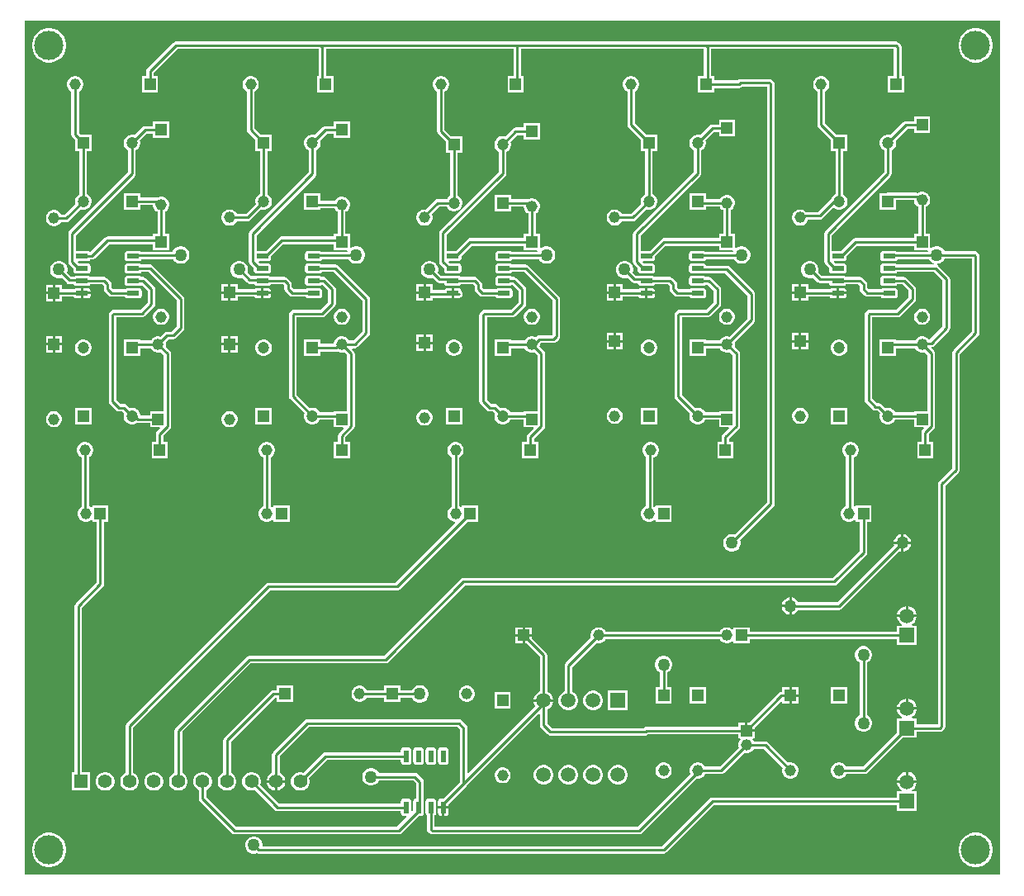
<source format=gbr>
%TF.GenerationSoftware,Altium Limited,Altium Designer,24.10.1 (45)*%
G04 Layer_Physical_Order=1*
G04 Layer_Color=255*
%FSLAX45Y45*%
%MOMM*%
%TF.SameCoordinates,D700451D-F6DB-41F8-9F1A-DBDDD93A0A9D*%
%TF.FilePolarity,Positive*%
%TF.FileFunction,Copper,L1,Top,Signal*%
%TF.Part,Single*%
G01*
G75*
%TA.AperFunction,SMDPad,CuDef*%
G04:AMPARAMS|DCode=10|XSize=0.55mm|YSize=1.25mm|CornerRadius=0.0495mm|HoleSize=0mm|Usage=FLASHONLY|Rotation=90.000|XOffset=0mm|YOffset=0mm|HoleType=Round|Shape=RoundedRectangle|*
%AMROUNDEDRECTD10*
21,1,0.55000,1.15100,0,0,90.0*
21,1,0.45100,1.25000,0,0,90.0*
1,1,0.09900,0.57550,0.22550*
1,1,0.09900,0.57550,-0.22550*
1,1,0.09900,-0.57550,-0.22550*
1,1,0.09900,-0.57550,0.22550*
%
%ADD10ROUNDEDRECTD10*%
G04:AMPARAMS|DCode=11|XSize=0.55mm|YSize=1.25mm|CornerRadius=0.0495mm|HoleSize=0mm|Usage=FLASHONLY|Rotation=180.000|XOffset=0mm|YOffset=0mm|HoleType=Round|Shape=RoundedRectangle|*
%AMROUNDEDRECTD11*
21,1,0.55000,1.15100,0,0,180.0*
21,1,0.45100,1.25000,0,0,180.0*
1,1,0.09900,-0.22550,0.57550*
1,1,0.09900,0.22550,0.57550*
1,1,0.09900,0.22550,-0.57550*
1,1,0.09900,-0.22550,-0.57550*
%
%ADD11ROUNDEDRECTD11*%
%TA.AperFunction,Conductor*%
%ADD12C,0.25400*%
%TA.AperFunction,ComponentPad*%
%ADD13R,1.15000X1.15000*%
%ADD14C,1.15000*%
%ADD15C,1.20000*%
%ADD16R,1.20000X1.20000*%
%ADD17C,1.40000*%
%ADD18R,1.40000X1.40000*%
%ADD19R,1.50000X1.50000*%
%ADD20C,1.50000*%
%ADD21R,1.15000X1.15000*%
%TA.AperFunction,ViaPad*%
%ADD22C,3.00000*%
%ADD23C,1.27000*%
G36*
X15000000Y2996494D02*
X5003506D01*
X4996818Y2999265D01*
Y11746818D01*
X5000000Y11750000D01*
X15000000D01*
Y2996494D01*
D02*
G37*
%LPC*%
G36*
X14767274Y11675400D02*
X14732726D01*
X14698837Y11668659D01*
X14666917Y11655437D01*
X14638190Y11636242D01*
X14613757Y11611811D01*
X14594563Y11583083D01*
X14581342Y11551162D01*
X14574600Y11517275D01*
Y11482725D01*
X14581342Y11448838D01*
X14594563Y11416917D01*
X14613757Y11388189D01*
X14638190Y11363758D01*
X14666917Y11344563D01*
X14698837Y11331341D01*
X14732726Y11324600D01*
X14767274D01*
X14801163Y11331341D01*
X14833083Y11344563D01*
X14861810Y11363758D01*
X14886243Y11388189D01*
X14905437Y11416917D01*
X14918658Y11448838D01*
X14925400Y11482725D01*
Y11517275D01*
X14918658Y11551162D01*
X14905437Y11583083D01*
X14886243Y11611811D01*
X14861810Y11636242D01*
X14833083Y11655437D01*
X14801163Y11668659D01*
X14767274Y11675400D01*
D02*
G37*
G36*
X5267275D02*
X5232725D01*
X5198838Y11668659D01*
X5166917Y11655437D01*
X5138189Y11636242D01*
X5113758Y11611811D01*
X5094563Y11583083D01*
X5081341Y11551162D01*
X5074600Y11517275D01*
Y11482725D01*
X5081341Y11448838D01*
X5094563Y11416917D01*
X5113758Y11388189D01*
X5138189Y11363758D01*
X5166917Y11344563D01*
X5198838Y11331341D01*
X5232725Y11324600D01*
X5267275D01*
X5301162Y11331341D01*
X5333083Y11344563D01*
X5361811Y11363758D01*
X5386242Y11388189D01*
X5405437Y11416917D01*
X5418659Y11448838D01*
X5425400Y11482725D01*
Y11517275D01*
X5418659Y11551162D01*
X5405437Y11583083D01*
X5386242Y11611811D01*
X5361811Y11636242D01*
X5333083Y11655437D01*
X5301162Y11668659D01*
X5267275Y11675400D01*
D02*
G37*
G36*
X13935121Y11538847D02*
X6550000D01*
X6535134Y11535890D01*
X6522532Y11527469D01*
X6256031Y11260969D01*
X6247611Y11248366D01*
X6244653Y11233500D01*
Y11182900D01*
X6200600D01*
Y11017100D01*
X6366400D01*
Y11182900D01*
X6322347D01*
Y11217409D01*
X6566091Y11461154D01*
X8011153D01*
Y11182900D01*
X8000600D01*
Y11017100D01*
X8166400D01*
Y11182900D01*
X8088846D01*
Y11461154D01*
X10011153D01*
Y11182900D01*
X9992453D01*
X9988700Y11183647D01*
X9984947Y11182900D01*
X9950600D01*
Y11148553D01*
X9949854Y11144800D01*
X9950600Y11141047D01*
Y11017100D01*
X10116400D01*
Y11182900D01*
X10088846D01*
Y11461154D01*
X11961153D01*
Y11182900D01*
X11900600D01*
Y11017100D01*
X12066400D01*
Y11061154D01*
X12324671D01*
X12339537Y11064111D01*
X12352140Y11072532D01*
X12354841Y11075233D01*
X12611154D01*
Y6816091D01*
X12279259Y6484196D01*
X12261704Y6488900D01*
X12238296D01*
X12215686Y6482841D01*
X12195414Y6471138D01*
X12178862Y6454586D01*
X12167158Y6434314D01*
X12161100Y6411704D01*
Y6388296D01*
X12167158Y6365686D01*
X12178862Y6345414D01*
X12195414Y6328862D01*
X12215686Y6317158D01*
X12238296Y6311100D01*
X12261704D01*
X12284314Y6317158D01*
X12304586Y6328862D01*
X12321138Y6345414D01*
X12332841Y6365686D01*
X12338900Y6388296D01*
Y6411704D01*
X12334196Y6429259D01*
X12677469Y6772532D01*
X12685890Y6785134D01*
X12688847Y6800000D01*
Y11099200D01*
X12685890Y11114066D01*
X12677469Y11126669D01*
X12662590Y11141548D01*
X12649987Y11149969D01*
X12635121Y11152926D01*
X12338750D01*
X12323884Y11149969D01*
X12311281Y11141548D01*
X12308580Y11138847D01*
X12066400D01*
Y11182900D01*
X12038846D01*
Y11461154D01*
X13911154D01*
Y11182900D01*
X13850600D01*
Y11017100D01*
X14016400D01*
Y11182900D01*
X13988847D01*
Y11485121D01*
X13985889Y11499987D01*
X13977469Y11512590D01*
X13962590Y11527469D01*
X13949986Y11535890D01*
X13935121Y11538847D01*
D02*
G37*
G36*
X14282899Y10766400D02*
X14117101D01*
Y10722347D01*
X14033501D01*
X14018634Y10719390D01*
X14006032Y10710969D01*
X13876401Y10581338D01*
X13861243Y10585400D01*
X13838757D01*
X13817036Y10579580D01*
X13797563Y10568337D01*
X13781664Y10552437D01*
X13770419Y10532963D01*
X13764600Y10511243D01*
Y10488757D01*
X13770419Y10467037D01*
X13781664Y10447563D01*
X13797563Y10431663D01*
X13811153Y10423817D01*
Y10199392D01*
X13209431Y9597670D01*
X13201010Y9585067D01*
X13198053Y9570201D01*
Y9279100D01*
X13201010Y9264234D01*
X13209431Y9251632D01*
X13249005Y9212058D01*
Y9190950D01*
X13251361Y9179108D01*
X13258069Y9169069D01*
X13268108Y9162361D01*
X13279950Y9160006D01*
X13395050D01*
X13406892Y9162361D01*
X13416931Y9169069D01*
X13423639Y9179108D01*
X13425993Y9190950D01*
Y9236050D01*
X13423639Y9247892D01*
X13416931Y9257931D01*
X13406892Y9264639D01*
X13395050Y9266995D01*
X13303981D01*
X13296611Y9275927D01*
X13301341Y9287006D01*
X13395050D01*
X13406892Y9289361D01*
X13416931Y9296069D01*
X13423639Y9306108D01*
X13425993Y9317950D01*
Y9339058D01*
X13531590Y9444654D01*
X14117101D01*
Y9400600D01*
X14253587D01*
X14260921Y9387900D01*
X14258725Y9384097D01*
X13942490D01*
X13941931Y9384931D01*
X13931892Y9391639D01*
X13920050Y9393995D01*
X13804950D01*
X13793108Y9391639D01*
X13783069Y9384931D01*
X13776361Y9374892D01*
X13774005Y9363050D01*
Y9317950D01*
X13776361Y9306108D01*
X13783069Y9296069D01*
X13793108Y9289361D01*
X13804950Y9287006D01*
X13920050D01*
X13931892Y9289361D01*
X13941931Y9296069D01*
X13948639Y9306108D01*
X13948698Y9306404D01*
X14272517D01*
X14278862Y9295414D01*
X14295415Y9278862D01*
X14315686Y9267159D01*
X14323567Y9265047D01*
X14321895Y9252347D01*
X13945662D01*
X13941931Y9257931D01*
X13931892Y9264639D01*
X13920050Y9266995D01*
X13804950D01*
X13793108Y9264639D01*
X13783069Y9257931D01*
X13776361Y9247892D01*
X13774005Y9236050D01*
Y9190950D01*
X13776361Y9179108D01*
X13783069Y9169069D01*
X13793108Y9162361D01*
X13804950Y9160006D01*
X13920050D01*
X13931892Y9162361D01*
X13941931Y9169069D01*
X13945662Y9174654D01*
X14320409D01*
X14411154Y9083909D01*
Y8616091D01*
X14279509Y8484447D01*
X14266292D01*
X14250902Y8499837D01*
X14231998Y8510751D01*
X14210915Y8516400D01*
X14189085D01*
X14168002Y8510751D01*
X14149098Y8499837D01*
X14133664Y8484402D01*
X14126704Y8472347D01*
X13935400D01*
Y8485400D01*
X13764600D01*
Y8314600D01*
X13935400D01*
Y8394654D01*
X14126704D01*
X14133664Y8382598D01*
X14149098Y8367164D01*
X14168002Y8356250D01*
X14189085Y8350600D01*
X14210915D01*
X14224361Y8354203D01*
X14256754Y8321810D01*
Y7749400D01*
X14117101D01*
Y7738847D01*
X13926183D01*
X13918336Y7752437D01*
X13902437Y7768337D01*
X13882964Y7779580D01*
X13861243Y7785400D01*
X13838757D01*
X13823599Y7781338D01*
X13785979Y7818959D01*
X13773376Y7827380D01*
X13758510Y7830337D01*
X13739481D01*
X13688846Y7880970D01*
Y8711154D01*
X13950000D01*
X13964867Y8714111D01*
X13977469Y8722531D01*
X14127469Y8872531D01*
X14135889Y8885134D01*
X14138846Y8900000D01*
Y9000000D01*
X14135889Y9014866D01*
X14127469Y9027469D01*
X14040968Y9113969D01*
X14028366Y9122390D01*
X14013499Y9125347D01*
X13945662D01*
X13941931Y9130931D01*
X13931892Y9137639D01*
X13920050Y9139995D01*
X13804950D01*
X13793108Y9137639D01*
X13783069Y9130931D01*
X13776361Y9120892D01*
X13774005Y9109050D01*
Y9063950D01*
X13776361Y9052108D01*
X13783069Y9042069D01*
X13793108Y9035361D01*
X13804950Y9033006D01*
X13920050D01*
X13931892Y9035361D01*
X13941931Y9042069D01*
X13945662Y9047654D01*
X13997409D01*
X14061153Y8983909D01*
Y8916091D01*
X13933910Y8788847D01*
X13664879D01*
X13650014Y8785889D01*
X13637410Y8777469D01*
X13622531Y8762590D01*
X13614110Y8749987D01*
X13611153Y8735121D01*
Y7864879D01*
X13614110Y7850013D01*
X13622531Y7837411D01*
X13695920Y7764022D01*
X13708524Y7755601D01*
X13723389Y7752644D01*
X13742419D01*
X13768661Y7726401D01*
X13764600Y7711243D01*
Y7688757D01*
X13770419Y7667037D01*
X13781664Y7647563D01*
X13797563Y7631663D01*
X13817036Y7620420D01*
X13838757Y7614600D01*
X13861243D01*
X13882964Y7620420D01*
X13902437Y7631663D01*
X13918336Y7647563D01*
X13926183Y7661154D01*
X14117101D01*
Y7583600D01*
X14214452D01*
X14219312Y7571867D01*
X14206032Y7558587D01*
X14197610Y7545984D01*
X14194653Y7531119D01*
Y7432900D01*
X14150600D01*
Y7267100D01*
X14316400D01*
Y7432900D01*
X14272346D01*
Y7515028D01*
X14323068Y7565750D01*
X14331490Y7578353D01*
X14334447Y7593218D01*
Y8337900D01*
X14331490Y8352766D01*
X14323068Y8365369D01*
X14293163Y8395275D01*
X14298973Y8407425D01*
X14310466Y8409711D01*
X14323068Y8418131D01*
X14477469Y8572531D01*
X14485889Y8585134D01*
X14488847Y8600000D01*
Y9100000D01*
X14485889Y9114866D01*
X14477469Y9127469D01*
X14363968Y9240969D01*
X14362962Y9241641D01*
X14360033Y9258873D01*
X14361703Y9261100D01*
X14384314Y9267159D01*
X14404585Y9278862D01*
X14421138Y9295414D01*
X14430225Y9311154D01*
X14711153D01*
Y8566091D01*
X14522533Y8377469D01*
X14514111Y8364866D01*
X14511154Y8350000D01*
Y7166091D01*
X14372531Y7027468D01*
X14364110Y7014866D01*
X14361153Y7000000D01*
Y4538846D01*
X14145399D01*
Y4600400D01*
X14098688D01*
X14095284Y4613100D01*
X14106647Y4619660D01*
X14125340Y4638353D01*
X14138557Y4661247D01*
X14145399Y4686782D01*
Y4687300D01*
X14045000D01*
Y4700000D01*
D01*
Y4687300D01*
X13944600D01*
Y4686782D01*
X13951442Y4661247D01*
X13964661Y4638353D01*
X13983353Y4619660D01*
X13994716Y4613100D01*
X13991313Y4600400D01*
X13944600D01*
Y4454537D01*
X13595409Y4105346D01*
X13423296D01*
X13416336Y4117402D01*
X13400902Y4132836D01*
X13381998Y4143750D01*
X13360915Y4149400D01*
X13339085D01*
X13318002Y4143750D01*
X13299098Y4132836D01*
X13283664Y4117402D01*
X13272749Y4098498D01*
X13267101Y4077414D01*
Y4055586D01*
X13272749Y4034502D01*
X13283664Y4015598D01*
X13299098Y4000163D01*
X13318002Y3989249D01*
X13339085Y3983600D01*
X13360915D01*
X13381998Y3989249D01*
X13400902Y4000163D01*
X13416336Y4015598D01*
X13423296Y4027653D01*
X13611501D01*
X13626366Y4030610D01*
X13638969Y4039031D01*
X13999538Y4399600D01*
X14145399D01*
Y4461153D01*
X14385121D01*
X14399986Y4464110D01*
X14412589Y4472531D01*
X14427467Y4487410D01*
X14435889Y4500013D01*
X14438846Y4514879D01*
Y6983909D01*
X14577469Y7122531D01*
X14585890Y7135134D01*
X14588847Y7150000D01*
Y8333909D01*
X14777469Y8522531D01*
X14785889Y8535134D01*
X14788846Y8550000D01*
Y9335121D01*
X14785889Y9349987D01*
X14777469Y9362590D01*
X14762589Y9377469D01*
X14749986Y9385890D01*
X14735121Y9388847D01*
X14430225D01*
X14421138Y9404586D01*
X14404585Y9421138D01*
X14384314Y9432842D01*
X14361703Y9438900D01*
X14338297D01*
X14315686Y9432842D01*
X14295415Y9421138D01*
X14294633Y9420357D01*
X14282899Y9425217D01*
Y9566400D01*
X14238847D01*
Y9843204D01*
X14250902Y9850164D01*
X14266336Y9865598D01*
X14277251Y9884502D01*
X14282899Y9905586D01*
Y9927414D01*
X14277251Y9948498D01*
X14266336Y9967402D01*
X14250902Y9982837D01*
X14231998Y9993751D01*
X14210915Y9999400D01*
X14189085D01*
X14168002Y9993751D01*
X14155087Y9986294D01*
X14142255Y9988847D01*
X13850000D01*
X13835133Y9985890D01*
X13834401Y9985400D01*
X13764600D01*
Y9814600D01*
X13935400D01*
Y9911154D01*
X14117101D01*
Y9905586D01*
X14122749Y9884502D01*
X14133664Y9865598D01*
X14149098Y9850164D01*
X14161154Y9843204D01*
Y9566400D01*
X14117101D01*
Y9522347D01*
X13515500D01*
X13500633Y9519390D01*
X13488031Y9510969D01*
X13371057Y9393995D01*
X13279950D01*
X13275746Y9397445D01*
Y9554110D01*
X13877469Y10155833D01*
X13885889Y10168435D01*
X13888846Y10183301D01*
Y10423817D01*
X13902437Y10431663D01*
X13918336Y10447563D01*
X13929581Y10467037D01*
X13935400Y10488757D01*
Y10511243D01*
X13931339Y10526401D01*
X14049591Y10644654D01*
X14117101D01*
Y10600600D01*
X14282899D01*
Y10766400D01*
D02*
G37*
G36*
X12282900Y10733400D02*
X12117100D01*
Y10689346D01*
X12050500D01*
X12035634Y10686389D01*
X12023031Y10677968D01*
X11926401Y10581338D01*
X11911243Y10585400D01*
X11888757D01*
X11867037Y10579580D01*
X11847563Y10568337D01*
X11831663Y10552437D01*
X11820420Y10532963D01*
X11814600Y10511243D01*
Y10488757D01*
X11820420Y10467037D01*
X11831663Y10447563D01*
X11847563Y10431663D01*
X11861154Y10423817D01*
Y10205642D01*
X11246931Y9591419D01*
X11238510Y9578817D01*
X11235553Y9563951D01*
Y9279100D01*
X11238510Y9264234D01*
X11246931Y9251632D01*
X11286505Y9212058D01*
Y9190950D01*
X11288861Y9179108D01*
X11295569Y9169069D01*
X11305608Y9162361D01*
X11317450Y9160006D01*
X11432550D01*
X11444392Y9162361D01*
X11454431Y9169069D01*
X11461139Y9179108D01*
X11463494Y9190950D01*
Y9236050D01*
X11461139Y9247892D01*
X11454431Y9257931D01*
X11444392Y9264639D01*
X11432550Y9266995D01*
X11341481D01*
X11334111Y9275927D01*
X11338842Y9287006D01*
X11432550D01*
X11444392Y9289361D01*
X11454431Y9296069D01*
X11461139Y9306108D01*
X11463494Y9317950D01*
Y9339058D01*
X11569090Y9444654D01*
X12117100D01*
Y9400600D01*
X12253588D01*
X12260920Y9387900D01*
X12258725Y9384097D01*
X11979989D01*
X11979431Y9384931D01*
X11969392Y9391639D01*
X11957550Y9393995D01*
X11842450D01*
X11830608Y9391639D01*
X11820569Y9384931D01*
X11813861Y9374892D01*
X11811505Y9363050D01*
Y9317950D01*
X11813861Y9306108D01*
X11820569Y9296069D01*
X11830608Y9289361D01*
X11842450Y9287006D01*
X11957550D01*
X11969392Y9289361D01*
X11979431Y9296069D01*
X11986139Y9306108D01*
X11986198Y9306404D01*
X12272517D01*
X12278862Y9295414D01*
X12295414Y9278862D01*
X12315686Y9267159D01*
X12338296Y9261100D01*
X12361704D01*
X12384314Y9267159D01*
X12404586Y9278862D01*
X12421138Y9295414D01*
X12432842Y9315686D01*
X12438900Y9338296D01*
Y9361704D01*
X12432842Y9384314D01*
X12421138Y9404586D01*
X12404586Y9421138D01*
X12384314Y9432842D01*
X12361704Y9438900D01*
X12338296D01*
X12315686Y9432842D01*
X12295414Y9421138D01*
X12294633Y9420357D01*
X12282900Y9425217D01*
Y9566400D01*
X12238847D01*
Y9810203D01*
X12250902Y9817163D01*
X12266337Y9832598D01*
X12277251Y9851502D01*
X12282900Y9872586D01*
Y9894414D01*
X12277251Y9915498D01*
X12266337Y9934402D01*
X12250902Y9949836D01*
X12231998Y9960750D01*
X12210914Y9966400D01*
X12189086D01*
X12168002Y9960750D01*
X12149098Y9949836D01*
X12133664Y9934402D01*
X12126704Y9922346D01*
X11985400D01*
Y9985400D01*
X11814600D01*
Y9814600D01*
X11985400D01*
Y9844653D01*
X12126704D01*
X12133664Y9832598D01*
X12149098Y9817163D01*
X12161154Y9810203D01*
Y9566400D01*
X12117100D01*
Y9522347D01*
X11553000D01*
X11538134Y9519390D01*
X11525531Y9510969D01*
X11408557Y9393995D01*
X11317450D01*
X11313246Y9397445D01*
Y9547860D01*
X11927469Y10162083D01*
X11935890Y10174685D01*
X11938847Y10189551D01*
Y10423817D01*
X11952437Y10431663D01*
X11968337Y10447563D01*
X11979580Y10467037D01*
X11985400Y10488757D01*
Y10511243D01*
X11981338Y10526401D01*
X12066591Y10611653D01*
X12117100D01*
Y10567600D01*
X12282900D01*
Y10733400D01*
D02*
G37*
G36*
X8332900Y10716400D02*
X8167100D01*
Y10672347D01*
X8083500D01*
X8068634Y10669390D01*
X8056032Y10660969D01*
X7976401Y10581338D01*
X7961243Y10585400D01*
X7938757D01*
X7917037Y10579580D01*
X7897563Y10568337D01*
X7881663Y10552437D01*
X7870420Y10532963D01*
X7864600Y10511243D01*
Y10488757D01*
X7870420Y10467037D01*
X7881663Y10447563D01*
X7897563Y10431663D01*
X7911154Y10423817D01*
Y10199392D01*
X7309431Y9597669D01*
X7301011Y9585067D01*
X7298053Y9570201D01*
Y9279100D01*
X7301011Y9264234D01*
X7309431Y9251632D01*
X7349005Y9212058D01*
Y9190950D01*
X7351361Y9179108D01*
X7358069Y9169069D01*
X7368108Y9162361D01*
X7379950Y9160006D01*
X7495050D01*
X7506892Y9162361D01*
X7516931Y9169069D01*
X7523639Y9179108D01*
X7525995Y9190950D01*
Y9236050D01*
X7523639Y9247892D01*
X7516931Y9257931D01*
X7506892Y9264639D01*
X7495050Y9266995D01*
X7403981D01*
X7396611Y9275927D01*
X7401343Y9287006D01*
X7495050D01*
X7506892Y9289361D01*
X7516931Y9296069D01*
X7523639Y9306108D01*
X7525995Y9317950D01*
Y9339058D01*
X7648090Y9461154D01*
X8167100D01*
Y9400600D01*
X8303588D01*
X8310920Y9387900D01*
X8308725Y9384097D01*
X8042489D01*
X8041931Y9384931D01*
X8031892Y9391639D01*
X8020050Y9393995D01*
X7904950D01*
X7893108Y9391639D01*
X7883069Y9384931D01*
X7876361Y9374892D01*
X7874005Y9363050D01*
Y9317950D01*
X7876361Y9306108D01*
X7883069Y9296069D01*
X7893108Y9289361D01*
X7904950Y9287006D01*
X8020050D01*
X8031892Y9289361D01*
X8041931Y9296069D01*
X8048639Y9306108D01*
X8048698Y9306404D01*
X8322518D01*
X8328862Y9295414D01*
X8345414Y9278862D01*
X8365686Y9267159D01*
X8388296Y9261100D01*
X8411704D01*
X8434314Y9267159D01*
X8454586Y9278862D01*
X8471138Y9295414D01*
X8482842Y9315686D01*
X8488900Y9338296D01*
Y9361704D01*
X8482842Y9384314D01*
X8471138Y9404586D01*
X8454586Y9421138D01*
X8434314Y9432842D01*
X8411704Y9438900D01*
X8388296D01*
X8365686Y9432842D01*
X8345414Y9421138D01*
X8344634Y9420357D01*
X8332900Y9425218D01*
Y9566400D01*
X8288847D01*
Y9793203D01*
X8300902Y9800164D01*
X8316337Y9815598D01*
X8327251Y9834502D01*
X8332900Y9855586D01*
Y9877414D01*
X8327251Y9898498D01*
X8316337Y9917402D01*
X8300902Y9932836D01*
X8281998Y9943750D01*
X8260914Y9949400D01*
X8239086D01*
X8218002Y9943750D01*
X8199098Y9932836D01*
X8183664Y9917402D01*
X8176704Y9905346D01*
X8035400D01*
Y9985400D01*
X7864600D01*
Y9814600D01*
X8035400D01*
Y9827653D01*
X8176704D01*
X8183664Y9815598D01*
X8199098Y9800164D01*
X8211154Y9793203D01*
Y9566400D01*
X8167100D01*
Y9538847D01*
X7632000D01*
X7617134Y9535889D01*
X7604531Y9527469D01*
X7471057Y9393995D01*
X7379950D01*
X7375746Y9397445D01*
Y9554110D01*
X7977469Y10155832D01*
X7985890Y10168435D01*
X7988847Y10183301D01*
Y10423817D01*
X8002437Y10431663D01*
X8018337Y10447563D01*
X8029580Y10467037D01*
X8035400Y10488757D01*
Y10511243D01*
X8031338Y10526401D01*
X8099591Y10594654D01*
X8167100D01*
Y10550600D01*
X8332900D01*
Y10716400D01*
D02*
G37*
G36*
X6482900D02*
X6317100D01*
Y10672347D01*
X6233500D01*
X6218634Y10669390D01*
X6206032Y10660969D01*
X6126401Y10581338D01*
X6111243Y10585400D01*
X6088757D01*
X6067037Y10579580D01*
X6047563Y10568337D01*
X6031663Y10552437D01*
X6020420Y10532963D01*
X6014600Y10511243D01*
Y10488757D01*
X6020420Y10467037D01*
X6031663Y10447563D01*
X6047563Y10431663D01*
X6061153Y10423817D01*
Y10199392D01*
X5459431Y9597669D01*
X5451010Y9585067D01*
X5448053Y9570201D01*
Y9279100D01*
X5451010Y9264234D01*
X5459431Y9251632D01*
X5499005Y9212058D01*
Y9190950D01*
X5501361Y9179108D01*
X5508069Y9169069D01*
X5518108Y9162361D01*
X5529950Y9160006D01*
X5645050D01*
X5656892Y9162361D01*
X5666931Y9169069D01*
X5673639Y9179108D01*
X5675994Y9190950D01*
Y9236050D01*
X5673639Y9247892D01*
X5666931Y9257931D01*
X5656892Y9264639D01*
X5645050Y9266995D01*
X5553981D01*
X5546611Y9275927D01*
X5551342Y9287006D01*
X5645050D01*
X5656892Y9289361D01*
X5666931Y9296069D01*
X5670663Y9301654D01*
X5690500D01*
X5705366Y9304611D01*
X5717969Y9313032D01*
X5866091Y9461154D01*
X6317100D01*
Y9400600D01*
X6482900D01*
Y9566400D01*
X6438846D01*
Y9793203D01*
X6450902Y9800164D01*
X6466336Y9815598D01*
X6477250Y9834502D01*
X6482900Y9855586D01*
Y9877414D01*
X6477250Y9898498D01*
X6466336Y9917402D01*
X6450902Y9932836D01*
X6431998Y9943750D01*
X6410914Y9949400D01*
X6389086D01*
X6368002Y9943750D01*
X6355087Y9936294D01*
X6342254Y9938847D01*
X6185400D01*
Y9985400D01*
X6014600D01*
Y9814600D01*
X6185400D01*
Y9861154D01*
X6317100D01*
Y9855586D01*
X6322749Y9834502D01*
X6333663Y9815598D01*
X6349098Y9800164D01*
X6361153Y9793203D01*
Y9566400D01*
X6317100D01*
Y9538847D01*
X5850000D01*
X5835134Y9535889D01*
X5822531Y9527469D01*
X5681262Y9386200D01*
X5666931Y9384931D01*
X5656892Y9391639D01*
X5645050Y9393995D01*
X5529950D01*
X5525746Y9397445D01*
Y9554110D01*
X6127469Y10155832D01*
X6135889Y10168435D01*
X6138846Y10183301D01*
Y10423817D01*
X6152437Y10431663D01*
X6168337Y10447563D01*
X6179580Y10467037D01*
X6185400Y10488757D01*
Y10511243D01*
X6181338Y10526401D01*
X6249591Y10594654D01*
X6317100D01*
Y10550600D01*
X6482900D01*
Y10716400D01*
D02*
G37*
G36*
X10282900Y10699901D02*
X10117100D01*
Y10655847D01*
X10033500D01*
X10018634Y10652890D01*
X10006031Y10644469D01*
X9926401Y10564839D01*
X9911243Y10568900D01*
X9888757D01*
X9867037Y10563080D01*
X9847563Y10551837D01*
X9831663Y10535937D01*
X9820420Y10516464D01*
X9814600Y10494744D01*
Y10472257D01*
X9820420Y10450537D01*
X9831663Y10431064D01*
X9847563Y10415164D01*
X9861153Y10407317D01*
Y10201651D01*
X9259431Y9599928D01*
X9251010Y9587326D01*
X9248053Y9572460D01*
Y9279100D01*
X9251010Y9264234D01*
X9259431Y9251631D01*
X9299005Y9212058D01*
Y9190950D01*
X9301360Y9179108D01*
X9308068Y9169069D01*
X9318107Y9162361D01*
X9329949Y9160006D01*
X9445049D01*
X9456891Y9162361D01*
X9466931Y9169069D01*
X9473638Y9179108D01*
X9475994Y9190950D01*
Y9236050D01*
X9473638Y9247892D01*
X9466931Y9257931D01*
X9456891Y9264639D01*
X9445049Y9266994D01*
X9353980D01*
X9346611Y9275927D01*
X9351342Y9287006D01*
X9445049D01*
X9456891Y9289361D01*
X9466931Y9296069D01*
X9473638Y9306108D01*
X9475994Y9317950D01*
Y9339058D01*
X9581590Y9444654D01*
X10117100D01*
Y9400600D01*
X10253588D01*
X10260920Y9387900D01*
X10258724Y9384097D01*
X9992488D01*
X9991930Y9384931D01*
X9981891Y9391639D01*
X9970049Y9393994D01*
X9854949D01*
X9843107Y9391639D01*
X9833068Y9384931D01*
X9826360Y9374892D01*
X9824005Y9363050D01*
Y9317950D01*
X9826360Y9306108D01*
X9833068Y9296069D01*
X9843107Y9289361D01*
X9854949Y9287006D01*
X9970049D01*
X9981891Y9289361D01*
X9991930Y9296069D01*
X9998638Y9306108D01*
X9998697Y9306404D01*
X10272517D01*
X10278862Y9295414D01*
X10295414Y9278862D01*
X10315686Y9267159D01*
X10338296Y9261100D01*
X10361704D01*
X10384314Y9267159D01*
X10404586Y9278862D01*
X10421138Y9295414D01*
X10432841Y9315686D01*
X10438900Y9338296D01*
Y9361704D01*
X10432841Y9384314D01*
X10421138Y9404586D01*
X10404586Y9421138D01*
X10384314Y9432842D01*
X10361704Y9438900D01*
X10338296D01*
X10315686Y9432842D01*
X10295414Y9421138D01*
X10294633Y9420357D01*
X10282900Y9425217D01*
Y9566400D01*
X10238846D01*
Y9776704D01*
X10250902Y9783664D01*
X10266336Y9799099D01*
X10277250Y9818002D01*
X10282900Y9839086D01*
Y9860914D01*
X10277250Y9881999D01*
X10266336Y9900902D01*
X10250902Y9916337D01*
X10231998Y9927251D01*
X10210914Y9932900D01*
X10189086D01*
X10168002Y9927251D01*
X10155087Y9919794D01*
X10142254Y9922347D01*
X9985400D01*
Y9968900D01*
X9814600D01*
Y9798101D01*
X9985400D01*
Y9844654D01*
X10117100D01*
Y9839086D01*
X10122749Y9818002D01*
X10133664Y9799099D01*
X10149098Y9783664D01*
X10161153Y9776704D01*
Y9566400D01*
X10117100D01*
Y9522347D01*
X9565500D01*
X9550634Y9519390D01*
X9538031Y9510969D01*
X9421057Y9393994D01*
X9329950D01*
X9325746Y9397444D01*
Y9556369D01*
X9927468Y10158091D01*
X9935889Y10170694D01*
X9938846Y10185560D01*
Y10407317D01*
X9952437Y10415164D01*
X9968337Y10431064D01*
X9979580Y10450537D01*
X9985400Y10472257D01*
Y10494744D01*
X9981338Y10509902D01*
X10049591Y10578154D01*
X10117100D01*
Y10534101D01*
X10282900D01*
Y10699901D01*
D02*
G37*
G36*
X7327414Y11182900D02*
X7305586D01*
X7284502Y11177251D01*
X7265598Y11166337D01*
X7250164Y11150902D01*
X7239249Y11131998D01*
X7233600Y11110914D01*
Y11089086D01*
X7239249Y11068002D01*
X7250164Y11049098D01*
X7265598Y11033664D01*
X7277653Y11026704D01*
Y10633500D01*
X7280611Y10618634D01*
X7289031Y10606032D01*
X7364600Y10530463D01*
Y10414600D01*
X7411154D01*
Y9976184D01*
X7397563Y9968337D01*
X7381663Y9952437D01*
X7370420Y9932963D01*
X7364600Y9911243D01*
Y9888757D01*
X7368662Y9873599D01*
X7267409Y9772347D01*
X7173297D01*
X7166336Y9784402D01*
X7150902Y9799837D01*
X7131998Y9810751D01*
X7110914Y9816400D01*
X7089086D01*
X7068002Y9810751D01*
X7049098Y9799837D01*
X7033664Y9784402D01*
X7022749Y9765498D01*
X7017100Y9744414D01*
Y9722586D01*
X7022749Y9701502D01*
X7033664Y9682598D01*
X7049098Y9667164D01*
X7068002Y9656250D01*
X7089086Y9650600D01*
X7110914D01*
X7131998Y9656250D01*
X7150902Y9667164D01*
X7166336Y9682598D01*
X7173297Y9694654D01*
X7283500D01*
X7298366Y9697611D01*
X7310969Y9706032D01*
X7423599Y9818662D01*
X7438757Y9814600D01*
X7461243D01*
X7482963Y9820420D01*
X7502437Y9831663D01*
X7518337Y9847563D01*
X7529580Y9867037D01*
X7535400Y9888757D01*
Y9911243D01*
X7529580Y9932963D01*
X7518337Y9952437D01*
X7502437Y9968337D01*
X7488847Y9976184D01*
Y10414600D01*
X7535400D01*
Y10585400D01*
X7419537D01*
X7355346Y10649591D01*
Y11026704D01*
X7367402Y11033664D01*
X7382836Y11049098D01*
X7393751Y11068002D01*
X7399400Y11089086D01*
Y11110914D01*
X7393751Y11131998D01*
X7382836Y11150902D01*
X7367402Y11166337D01*
X7348498Y11177251D01*
X7327414Y11182900D01*
D02*
G37*
G36*
X13177414D02*
X13155586D01*
X13134502Y11177251D01*
X13115598Y11166337D01*
X13100163Y11150902D01*
X13089249Y11131998D01*
X13083600Y11110914D01*
Y11089086D01*
X13089249Y11068002D01*
X13100163Y11049098D01*
X13115598Y11033664D01*
X13127654Y11026704D01*
Y10683500D01*
X13130611Y10668634D01*
X13139030Y10656032D01*
X13264600Y10530463D01*
Y10414600D01*
X13311153D01*
Y9976183D01*
X13297563Y9968337D01*
X13281664Y9952437D01*
X13270419Y9932963D01*
X13267636Y9922574D01*
X13133910Y9788847D01*
X13011893D01*
X13000902Y9799837D01*
X12981998Y9810751D01*
X12960915Y9816400D01*
X12939085D01*
X12918002Y9810751D01*
X12899098Y9799837D01*
X12883664Y9784402D01*
X12872749Y9765498D01*
X12867101Y9744414D01*
Y9722586D01*
X12872749Y9701502D01*
X12883664Y9682598D01*
X12899098Y9667164D01*
X12918002Y9656250D01*
X12939085Y9650600D01*
X12960915D01*
X12981998Y9656250D01*
X13000902Y9667164D01*
X13016336Y9682598D01*
X13027251Y9701502D01*
X13029837Y9711154D01*
X13150000D01*
X13164867Y9714111D01*
X13177467Y9722531D01*
X13292082Y9837145D01*
X13297563Y9831663D01*
X13317036Y9820420D01*
X13338757Y9814600D01*
X13361243D01*
X13382964Y9820420D01*
X13402437Y9831663D01*
X13418336Y9847563D01*
X13429581Y9867037D01*
X13435400Y9888757D01*
Y9911243D01*
X13429581Y9932963D01*
X13418336Y9952437D01*
X13402437Y9968337D01*
X13388846Y9976183D01*
Y10414600D01*
X13435400D01*
Y10585400D01*
X13319537D01*
X13205347Y10699591D01*
Y11026704D01*
X13217403Y11033664D01*
X13232835Y11049098D01*
X13243752Y11068002D01*
X13249400Y11089086D01*
Y11110914D01*
X13243752Y11131998D01*
X13232835Y11150902D01*
X13217403Y11166337D01*
X13198499Y11177251D01*
X13177414Y11182900D01*
D02*
G37*
G36*
X11227414D02*
X11205586D01*
X11184502Y11177251D01*
X11165598Y11166337D01*
X11150163Y11150902D01*
X11139249Y11131998D01*
X11133600Y11110914D01*
Y11089086D01*
X11139249Y11068002D01*
X11150163Y11049098D01*
X11165598Y11033664D01*
X11177653Y11026704D01*
Y10683500D01*
X11180610Y10668634D01*
X11189031Y10656032D01*
X11314600Y10530463D01*
Y10414600D01*
X11361154D01*
Y9976183D01*
X11347563Y9968337D01*
X11331663Y9952437D01*
X11320420Y9932963D01*
X11314600Y9911243D01*
Y9888757D01*
X11318662Y9873599D01*
X11217410Y9772347D01*
X11123296D01*
X11116336Y9784402D01*
X11100902Y9799837D01*
X11081998Y9810751D01*
X11060914Y9816400D01*
X11039086D01*
X11018002Y9810751D01*
X10999098Y9799837D01*
X10983663Y9784402D01*
X10972749Y9765498D01*
X10967100Y9744414D01*
Y9722586D01*
X10972749Y9701502D01*
X10983663Y9682598D01*
X10999098Y9667164D01*
X11018002Y9656250D01*
X11039086Y9650600D01*
X11060914D01*
X11081998Y9656250D01*
X11100902Y9667164D01*
X11116336Y9682598D01*
X11123296Y9694654D01*
X11233500D01*
X11248366Y9697611D01*
X11260969Y9706032D01*
X11373599Y9818662D01*
X11388757Y9814600D01*
X11411243D01*
X11432963Y9820420D01*
X11452437Y9831663D01*
X11468337Y9847563D01*
X11479580Y9867037D01*
X11485400Y9888757D01*
Y9911243D01*
X11479580Y9932963D01*
X11468337Y9952437D01*
X11452437Y9968337D01*
X11438847Y9976183D01*
Y10414600D01*
X11485400D01*
Y10585400D01*
X11369537D01*
X11255346Y10699591D01*
Y11026704D01*
X11267402Y11033664D01*
X11282836Y11049098D01*
X11293750Y11068002D01*
X11299400Y11089086D01*
Y11110914D01*
X11293750Y11131998D01*
X11282836Y11150902D01*
X11267402Y11166337D01*
X11248498Y11177251D01*
X11227414Y11182900D01*
D02*
G37*
G36*
X5527414D02*
X5505586D01*
X5484502Y11177251D01*
X5465598Y11166337D01*
X5450163Y11150902D01*
X5439249Y11131998D01*
X5433600Y11110914D01*
Y11089086D01*
X5439249Y11068002D01*
X5450163Y11049098D01*
X5465598Y11033664D01*
X5477653Y11026704D01*
Y10583500D01*
X5480610Y10568634D01*
X5489031Y10556032D01*
X5514600Y10530463D01*
Y10414600D01*
X5561153D01*
Y9976183D01*
X5547563Y9968337D01*
X5531663Y9952437D01*
X5520420Y9932963D01*
X5514600Y9911243D01*
Y9888757D01*
X5518662Y9873599D01*
X5410410Y9765348D01*
X5373296D01*
X5366336Y9777403D01*
X5350902Y9792837D01*
X5331998Y9803752D01*
X5310914Y9809401D01*
X5289086D01*
X5268002Y9803752D01*
X5249098Y9792837D01*
X5233663Y9777403D01*
X5222749Y9758499D01*
X5217100Y9737415D01*
Y9715587D01*
X5222749Y9694503D01*
X5233663Y9675599D01*
X5249098Y9660165D01*
X5268002Y9649250D01*
X5289086Y9643601D01*
X5310914D01*
X5331998Y9649250D01*
X5350902Y9660165D01*
X5366336Y9675599D01*
X5373296Y9687654D01*
X5426501D01*
X5441367Y9690612D01*
X5453970Y9699032D01*
X5573599Y9818662D01*
X5588757Y9814600D01*
X5611243D01*
X5632963Y9820420D01*
X5652437Y9831663D01*
X5668337Y9847563D01*
X5679580Y9867037D01*
X5685400Y9888757D01*
Y9911243D01*
X5679580Y9932963D01*
X5668337Y9952437D01*
X5652437Y9968337D01*
X5638846Y9976183D01*
Y10414600D01*
X5685400D01*
Y10585400D01*
X5569537D01*
X5555346Y10599591D01*
Y11026704D01*
X5567402Y11033664D01*
X5582836Y11049098D01*
X5593750Y11068002D01*
X5599400Y11089086D01*
Y11110914D01*
X5593750Y11131998D01*
X5582836Y11150902D01*
X5567402Y11166337D01*
X5548498Y11177251D01*
X5527414Y11182900D01*
D02*
G37*
G36*
X9277414D02*
X9255586D01*
X9234502Y11177251D01*
X9215598Y11166337D01*
X9200163Y11150902D01*
X9189249Y11131998D01*
X9183600Y11110914D01*
Y11089086D01*
X9189249Y11068002D01*
X9200163Y11049098D01*
X9215598Y11033664D01*
X9227653Y11026704D01*
Y10617000D01*
X9230610Y10602134D01*
X9239031Y10589532D01*
X9314600Y10513963D01*
Y10398101D01*
X9361153D01*
Y9959684D01*
X9347563Y9951837D01*
X9331663Y9935937D01*
X9323817Y9922347D01*
X9233500D01*
X9218634Y9919390D01*
X9206032Y9910969D01*
X9111347Y9816284D01*
X9110914Y9816400D01*
X9089086D01*
X9068002Y9810751D01*
X9049098Y9799837D01*
X9033664Y9784402D01*
X9022750Y9765498D01*
X9017100Y9744414D01*
Y9722586D01*
X9022750Y9701502D01*
X9033664Y9682598D01*
X9049098Y9667164D01*
X9068002Y9656250D01*
X9089086Y9650600D01*
X9110914D01*
X9131998Y9656250D01*
X9150902Y9667164D01*
X9166337Y9682598D01*
X9177251Y9701502D01*
X9182900Y9722586D01*
Y9744414D01*
X9177251Y9765498D01*
X9174756Y9769819D01*
X9249591Y9844654D01*
X9323817D01*
X9331663Y9831064D01*
X9347563Y9815164D01*
X9367037Y9803920D01*
X9388757Y9798101D01*
X9411243D01*
X9432963Y9803920D01*
X9452437Y9815164D01*
X9468337Y9831064D01*
X9479580Y9850537D01*
X9485400Y9872257D01*
Y9894743D01*
X9479580Y9916464D01*
X9468337Y9935937D01*
X9452437Y9951837D01*
X9438846Y9959684D01*
Y10398101D01*
X9485400D01*
Y10568900D01*
X9369537D01*
X9305346Y10633091D01*
Y11026704D01*
X9317402Y11033664D01*
X9332836Y11049098D01*
X9343750Y11068002D01*
X9349400Y11089086D01*
Y11110914D01*
X9343750Y11131998D01*
X9332836Y11150902D01*
X9317402Y11166337D01*
X9298498Y11177251D01*
X9277414Y11182900D01*
D02*
G37*
G36*
X6611704Y9438900D02*
X6588296D01*
X6565686Y9432842D01*
X6545414Y9421138D01*
X6528862Y9404586D01*
X6517158Y9384314D01*
X6517100Y9384097D01*
X6192489D01*
X6191931Y9384931D01*
X6181892Y9391639D01*
X6170050Y9393995D01*
X6054950D01*
X6043108Y9391639D01*
X6033069Y9384931D01*
X6026361Y9374892D01*
X6024005Y9363050D01*
Y9317950D01*
X6026361Y9306108D01*
X6033069Y9296069D01*
X6043108Y9289361D01*
X6054950Y9287006D01*
X6170050D01*
X6181892Y9289361D01*
X6191931Y9296069D01*
X6198639Y9306108D01*
X6198698Y9306404D01*
X6522518D01*
X6528862Y9295414D01*
X6545414Y9278862D01*
X6565686Y9267159D01*
X6588296Y9261100D01*
X6611704D01*
X6634314Y9267159D01*
X6654586Y9278862D01*
X6671138Y9295414D01*
X6682842Y9315686D01*
X6688900Y9338296D01*
Y9361704D01*
X6682842Y9384314D01*
X6671138Y9404586D01*
X6654586Y9421138D01*
X6634314Y9432842D01*
X6611704Y9438900D01*
D02*
G37*
G36*
X12937300Y9049400D02*
X12867101D01*
Y8979200D01*
X12937300D01*
Y9049400D01*
D02*
G37*
G36*
X11037299D02*
X10967100D01*
Y8979200D01*
X11037299D01*
Y9049400D01*
D02*
G37*
G36*
X9087300D02*
X9017100D01*
Y8979200D01*
X9087300D01*
Y9049400D01*
D02*
G37*
G36*
X7087300D02*
X7017100D01*
Y8979200D01*
X7087300D01*
Y9049400D01*
D02*
G37*
G36*
X13395050Y9012995D02*
X13350200D01*
Y8972201D01*
X13425993D01*
Y8982050D01*
X13423639Y8993892D01*
X13416931Y9003931D01*
X13406892Y9010639D01*
X13395050Y9012995D01*
D02*
G37*
G36*
X5287299Y9042401D02*
X5217100D01*
Y8972201D01*
X5287299D01*
Y9042401D01*
D02*
G37*
G36*
X11432550Y9012995D02*
X11387700D01*
Y8972200D01*
X11463494D01*
Y8982050D01*
X11461139Y8993892D01*
X11454431Y9003931D01*
X11444392Y9010639D01*
X11432550Y9012995D01*
D02*
G37*
G36*
X7495050D02*
X7450200D01*
Y8972200D01*
X7525995D01*
Y8982050D01*
X7523639Y8993892D01*
X7516931Y9003931D01*
X7506892Y9010639D01*
X7495050Y9012995D01*
D02*
G37*
G36*
X5645050D02*
X5600200D01*
Y8972200D01*
X5675994D01*
Y8982050D01*
X5673639Y8993892D01*
X5666931Y9003931D01*
X5656892Y9010639D01*
X5645050Y9012995D01*
D02*
G37*
G36*
X13061703Y9288900D02*
X13038297D01*
X13015686Y9282841D01*
X12995415Y9271138D01*
X12978862Y9254586D01*
X12967159Y9234314D01*
X12961099Y9211704D01*
Y9188296D01*
X12967159Y9165686D01*
X12978862Y9145414D01*
X12995415Y9128862D01*
X13015686Y9117158D01*
X13038297Y9111100D01*
X13061703D01*
X13079259Y9115804D01*
X13122531Y9072532D01*
X13135133Y9064111D01*
X13150000Y9061154D01*
X13249562D01*
X13251361Y9052108D01*
X13258069Y9042069D01*
X13268108Y9035361D01*
X13279950Y9033006D01*
X13395050D01*
X13406892Y9035361D01*
X13416931Y9042069D01*
X13420663Y9047654D01*
X13547409D01*
X13561153Y9033909D01*
Y9000000D01*
X13564111Y8985134D01*
X13572531Y8972531D01*
X13613031Y8932031D01*
X13625633Y8923611D01*
X13640500Y8920654D01*
X13779337D01*
X13783069Y8915069D01*
X13793108Y8908361D01*
X13804950Y8906006D01*
X13920050D01*
X13931892Y8908361D01*
X13941931Y8915069D01*
X13948639Y8925108D01*
X13950993Y8936950D01*
Y8982050D01*
X13948639Y8993892D01*
X13941931Y9003931D01*
X13931892Y9010639D01*
X13920050Y9012995D01*
X13804950D01*
X13793108Y9010639D01*
X13783069Y9003931D01*
X13779337Y8998347D01*
X13656590D01*
X13638846Y9016091D01*
Y9050000D01*
X13635889Y9064866D01*
X13627469Y9077469D01*
X13590968Y9113969D01*
X13578366Y9122390D01*
X13563499Y9125347D01*
X13420663D01*
X13416931Y9130931D01*
X13406892Y9137639D01*
X13395050Y9139995D01*
X13279950D01*
X13274178Y9138847D01*
X13166090D01*
X13134196Y9170741D01*
X13138901Y9188296D01*
Y9211704D01*
X13132841Y9234314D01*
X13121138Y9254586D01*
X13104585Y9271138D01*
X13084314Y9282841D01*
X13061703Y9288900D01*
D02*
G37*
G36*
X13425993Y8946801D02*
X13350200D01*
Y8906006D01*
X13395050D01*
X13406892Y8908361D01*
X13416931Y8915069D01*
X13423639Y8925108D01*
X13425993Y8936950D01*
Y8946801D01*
D02*
G37*
G36*
X13032899Y9049400D02*
X12962700D01*
Y8966500D01*
Y8883600D01*
X13032899D01*
Y8920654D01*
X13254337D01*
X13258069Y8915069D01*
X13268108Y8908361D01*
X13279950Y8906006D01*
X13324800D01*
Y8959501D01*
Y9012995D01*
X13279950D01*
X13268108Y9010639D01*
X13258069Y9003931D01*
X13254337Y8998347D01*
X13032899D01*
Y9049400D01*
D02*
G37*
G36*
X11161704Y9288900D02*
X11138296D01*
X11115686Y9282841D01*
X11095414Y9271138D01*
X11078862Y9254586D01*
X11067158Y9234314D01*
X11061100Y9211704D01*
Y9188296D01*
X11067158Y9165686D01*
X11078862Y9145414D01*
X11095414Y9128862D01*
X11115686Y9117158D01*
X11138296Y9111100D01*
X11161704D01*
X11179259Y9115804D01*
X11222532Y9072532D01*
X11235134Y9064111D01*
X11250000Y9061154D01*
X11287061D01*
X11288861Y9052108D01*
X11295569Y9042069D01*
X11305608Y9035361D01*
X11317450Y9033006D01*
X11432550D01*
X11444392Y9035361D01*
X11454431Y9042069D01*
X11458163Y9047654D01*
X11597409D01*
X11611154Y9033909D01*
Y9000000D01*
X11614111Y8985134D01*
X11622531Y8972531D01*
X11663031Y8932031D01*
X11675634Y8923611D01*
X11690500Y8920654D01*
X11816837D01*
X11820569Y8915069D01*
X11830608Y8908361D01*
X11842450Y8906006D01*
X11957550D01*
X11969392Y8908361D01*
X11979431Y8915069D01*
X11986139Y8925108D01*
X11988494Y8936950D01*
Y8982050D01*
X11986139Y8993892D01*
X11979431Y9003931D01*
X11969392Y9010639D01*
X11957550Y9012995D01*
X11842450D01*
X11830608Y9010639D01*
X11820569Y9003931D01*
X11816837Y8998347D01*
X11706591D01*
X11688847Y9016091D01*
Y9050000D01*
X11685890Y9064866D01*
X11677469Y9077469D01*
X11640968Y9113969D01*
X11628366Y9122390D01*
X11613500Y9125347D01*
X11458163D01*
X11454431Y9130931D01*
X11444392Y9137639D01*
X11432550Y9139995D01*
X11317450D01*
X11311678Y9138847D01*
X11266091D01*
X11234196Y9170741D01*
X11238900Y9188296D01*
Y9211704D01*
X11232842Y9234314D01*
X11221138Y9254586D01*
X11204586Y9271138D01*
X11184314Y9282841D01*
X11161704Y9288900D01*
D02*
G37*
G36*
X11463494Y8946800D02*
X11387700D01*
Y8906006D01*
X11432550D01*
X11444392Y8908361D01*
X11454431Y8915069D01*
X11461139Y8925108D01*
X11463494Y8936950D01*
Y8946800D01*
D02*
G37*
G36*
X11132900Y9049400D02*
X11062699D01*
Y8966500D01*
Y8883600D01*
X11132900D01*
Y8920654D01*
X11291837D01*
X11295569Y8915069D01*
X11305608Y8908361D01*
X11317450Y8906006D01*
X11362300D01*
Y8959500D01*
Y9012995D01*
X11317450D01*
X11305608Y9010639D01*
X11295569Y9003931D01*
X11291837Y8998347D01*
X11132900D01*
Y9049400D01*
D02*
G37*
G36*
X7211704Y9288900D02*
X7188296D01*
X7165686Y9282841D01*
X7145414Y9271138D01*
X7128862Y9254586D01*
X7117158Y9234314D01*
X7111100Y9211704D01*
Y9188296D01*
X7117158Y9165686D01*
X7128862Y9145414D01*
X7145414Y9128862D01*
X7165686Y9117158D01*
X7188296Y9111100D01*
X7211704D01*
X7229259Y9115804D01*
X7279281Y9065781D01*
X7291884Y9057361D01*
X7306750Y9054404D01*
X7350905D01*
X7351361Y9052108D01*
X7358069Y9042069D01*
X7368108Y9035361D01*
X7379950Y9033006D01*
X7495050D01*
X7506892Y9035361D01*
X7516931Y9042069D01*
X7520663Y9047654D01*
X7647409D01*
X7661154Y9033909D01*
Y9000000D01*
X7664111Y8985134D01*
X7672532Y8972531D01*
X7713031Y8932031D01*
X7725634Y8923611D01*
X7740500Y8920654D01*
X7879337D01*
X7883069Y8915069D01*
X7893108Y8908361D01*
X7904950Y8906006D01*
X8020050D01*
X8031892Y8908361D01*
X8041931Y8915069D01*
X8048639Y8925108D01*
X8050995Y8936950D01*
Y8982050D01*
X8048639Y8993892D01*
X8041931Y9003931D01*
X8031892Y9010639D01*
X8020050Y9012995D01*
X7904950D01*
X7893108Y9010639D01*
X7883069Y9003931D01*
X7879337Y8998347D01*
X7756591D01*
X7738847Y9016091D01*
Y9050000D01*
X7735890Y9064866D01*
X7727469Y9077469D01*
X7690968Y9113969D01*
X7678366Y9122390D01*
X7663500Y9125347D01*
X7520663D01*
X7516931Y9130931D01*
X7506892Y9137639D01*
X7495050Y9139995D01*
X7379950D01*
X7368108Y9137639D01*
X7359813Y9132097D01*
X7322841D01*
X7284196Y9170741D01*
X7288900Y9188296D01*
Y9211704D01*
X7282842Y9234314D01*
X7271138Y9254586D01*
X7254586Y9271138D01*
X7234314Y9282841D01*
X7211704Y9288900D01*
D02*
G37*
G36*
X7525995Y8946800D02*
X7450200D01*
Y8906006D01*
X7495050D01*
X7506892Y8908361D01*
X7516931Y8915069D01*
X7523639Y8925108D01*
X7525995Y8936950D01*
Y8946800D01*
D02*
G37*
G36*
X7182900Y9049400D02*
X7112700D01*
Y8966500D01*
Y8883600D01*
X7182900D01*
Y8920654D01*
X7354337D01*
X7358069Y8915069D01*
X7368108Y8908361D01*
X7379950Y8906006D01*
X7424800D01*
Y8959500D01*
Y9012995D01*
X7379950D01*
X7368108Y9010639D01*
X7358069Y9003931D01*
X7354337Y8998347D01*
X7182900D01*
Y9049400D01*
D02*
G37*
G36*
X5361704Y9288900D02*
X5338296D01*
X5315686Y9282841D01*
X5295414Y9271138D01*
X5278862Y9254586D01*
X5267158Y9234314D01*
X5261100Y9211704D01*
Y9188296D01*
X5267158Y9165686D01*
X5278862Y9145414D01*
X5295414Y9128862D01*
X5315686Y9117158D01*
X5338296Y9111100D01*
X5361704D01*
X5379259Y9115804D01*
X5431939Y9063124D01*
X5444541Y9054703D01*
X5459407Y9051746D01*
X5501603D01*
X5508069Y9042069D01*
X5518108Y9035361D01*
X5529950Y9033006D01*
X5645050D01*
X5656892Y9035361D01*
X5666931Y9042069D01*
X5670663Y9047654D01*
X5797409D01*
X5811153Y9033909D01*
Y9000000D01*
X5814111Y8985134D01*
X5822531Y8972531D01*
X5863031Y8932031D01*
X5875634Y8923611D01*
X5890500Y8920654D01*
X6029337D01*
X6033069Y8915069D01*
X6043108Y8908361D01*
X6054950Y8906006D01*
X6170050D01*
X6181892Y8908361D01*
X6191931Y8915069D01*
X6198639Y8925108D01*
X6200994Y8936950D01*
Y8982050D01*
X6198639Y8993892D01*
X6191931Y9003931D01*
X6181892Y9010639D01*
X6170050Y9012995D01*
X6054950D01*
X6043108Y9010639D01*
X6033069Y9003931D01*
X6029337Y8998347D01*
X5906591D01*
X5888846Y9016091D01*
Y9050000D01*
X5885889Y9064866D01*
X5877469Y9077469D01*
X5840968Y9113969D01*
X5828366Y9122390D01*
X5813500Y9125347D01*
X5670663D01*
X5666931Y9130931D01*
X5656892Y9137639D01*
X5645050Y9139995D01*
X5529950D01*
X5518108Y9137639D01*
X5508069Y9130931D01*
X5507072Y9129439D01*
X5475498D01*
X5434196Y9170741D01*
X5438900Y9188296D01*
Y9211704D01*
X5432842Y9234314D01*
X5421138Y9254586D01*
X5404586Y9271138D01*
X5384314Y9282841D01*
X5361704Y9288900D01*
D02*
G37*
G36*
X5675994Y8946800D02*
X5600200D01*
Y8906006D01*
X5645050D01*
X5656892Y8908361D01*
X5666931Y8915069D01*
X5673639Y8925108D01*
X5675994Y8936950D01*
Y8946800D01*
D02*
G37*
G36*
X5382900Y9042401D02*
X5312699D01*
Y8959501D01*
Y8876601D01*
X5382900D01*
Y8920654D01*
X5504337D01*
X5508069Y8915069D01*
X5518108Y8908361D01*
X5529950Y8906006D01*
X5574800D01*
Y8959500D01*
Y9012995D01*
X5529950D01*
X5518108Y9010639D01*
X5508069Y9003931D01*
X5504337Y8998347D01*
X5382900D01*
Y9042401D01*
D02*
G37*
G36*
X9161704Y9288900D02*
X9138296D01*
X9115686Y9282841D01*
X9095414Y9271138D01*
X9078862Y9254586D01*
X9067158Y9234314D01*
X9061100Y9211704D01*
Y9188296D01*
X9067158Y9165686D01*
X9078862Y9145414D01*
X9095414Y9128862D01*
X9115686Y9117158D01*
X9138296Y9111100D01*
X9161704D01*
X9179259Y9115804D01*
X9222531Y9072532D01*
X9235134Y9064111D01*
X9250000Y9061154D01*
X9299561D01*
X9301360Y9052108D01*
X9308068Y9042069D01*
X9318107Y9035361D01*
X9329949Y9033006D01*
X9445049D01*
X9456891Y9035361D01*
X9466931Y9042069D01*
X9470662Y9047653D01*
X9597409D01*
X9611153Y9033909D01*
Y9000000D01*
X9614111Y8985134D01*
X9622531Y8972531D01*
X9663031Y8932031D01*
X9675634Y8923611D01*
X9690500Y8920653D01*
X9829337D01*
X9833068Y8915069D01*
X9843107Y8908361D01*
X9854949Y8906006D01*
X9970049D01*
X9981891Y8908361D01*
X9991930Y8915069D01*
X9998638Y8925108D01*
X10000994Y8936950D01*
Y8982050D01*
X9998638Y8993892D01*
X9991930Y9003931D01*
X9981891Y9010639D01*
X9970049Y9012994D01*
X9854949D01*
X9843107Y9010639D01*
X9833068Y9003931D01*
X9829337Y8998346D01*
X9706591D01*
X9688847Y9016091D01*
Y9050000D01*
X9685889Y9064866D01*
X9677469Y9077469D01*
X9640969Y9113969D01*
X9628366Y9122389D01*
X9613500Y9125346D01*
X9470662D01*
X9466931Y9130931D01*
X9456891Y9137639D01*
X9445049Y9139994D01*
X9329949D01*
X9324179Y9138847D01*
X9266091D01*
X9234196Y9170741D01*
X9238900Y9188296D01*
Y9211704D01*
X9232842Y9234314D01*
X9221138Y9254586D01*
X9204586Y9271138D01*
X9184314Y9282841D01*
X9161704Y9288900D01*
D02*
G37*
G36*
X9445049Y9012994D02*
X9400200D01*
Y8959500D01*
Y8906006D01*
X9445049D01*
X9456891Y8908361D01*
X9466931Y8915069D01*
X9467439Y8915830D01*
X9477468Y8922531D01*
X9485889Y8935134D01*
X9488846Y8950000D01*
X9485889Y8964866D01*
X9477468Y8977468D01*
X9475994Y8978454D01*
Y8982050D01*
X9473638Y8993892D01*
X9466931Y9003931D01*
X9456891Y9010639D01*
X9445049Y9012994D01*
D02*
G37*
G36*
X9182900Y9049400D02*
X9112700D01*
Y8966500D01*
Y8883600D01*
X9182900D01*
Y8911153D01*
X9313929D01*
X9318107Y8908361D01*
X9329949Y8906006D01*
X9374800D01*
Y8959500D01*
Y9012994D01*
X9329949D01*
X9318107Y9010639D01*
X9308068Y9003931D01*
X9301360Y8993892D01*
X9300357Y8988846D01*
X9182900D01*
Y9049400D01*
D02*
G37*
G36*
X12937300Y8953800D02*
X12867101D01*
Y8883600D01*
X12937300D01*
Y8953800D01*
D02*
G37*
G36*
X11037299D02*
X10967100D01*
Y8883600D01*
X11037299D01*
Y8953800D01*
D02*
G37*
G36*
X9087300D02*
X9017100D01*
Y8883600D01*
X9087300D01*
Y8953800D01*
D02*
G37*
G36*
X7087300D02*
X7017100D01*
Y8883600D01*
X7087300D01*
Y8953800D01*
D02*
G37*
G36*
X5287299Y8946801D02*
X5217100D01*
Y8876601D01*
X5287299D01*
Y8946801D01*
D02*
G37*
G36*
X14210915Y8799400D02*
X14189085D01*
X14168002Y8793751D01*
X14149098Y8782836D01*
X14133664Y8767402D01*
X14122749Y8748498D01*
X14117101Y8727414D01*
Y8705586D01*
X14122749Y8684502D01*
X14133664Y8665598D01*
X14149098Y8650164D01*
X14168002Y8639249D01*
X14189085Y8633600D01*
X14210915D01*
X14231998Y8639249D01*
X14250902Y8650164D01*
X14266336Y8665598D01*
X14277251Y8684502D01*
X14282899Y8705586D01*
Y8727414D01*
X14277251Y8748498D01*
X14266336Y8767402D01*
X14250902Y8782836D01*
X14231998Y8793751D01*
X14210915Y8799400D01*
D02*
G37*
G36*
X12210914D02*
X12189086D01*
X12168002Y8793751D01*
X12149098Y8782836D01*
X12133664Y8767402D01*
X12122749Y8748498D01*
X12117100Y8727414D01*
Y8705586D01*
X12122749Y8684502D01*
X12133664Y8665598D01*
X12149098Y8650164D01*
X12168002Y8639249D01*
X12189086Y8633600D01*
X12210914D01*
X12231998Y8639249D01*
X12250902Y8650164D01*
X12266336Y8665598D01*
X12277251Y8684502D01*
X12282900Y8705586D01*
Y8727414D01*
X12277251Y8748498D01*
X12266336Y8767402D01*
X12250902Y8782836D01*
X12231998Y8793751D01*
X12210914Y8799400D01*
D02*
G37*
G36*
X10210914D02*
X10189086D01*
X10168002Y8793751D01*
X10149098Y8782836D01*
X10133664Y8767402D01*
X10122749Y8748498D01*
X10117100Y8727414D01*
Y8705586D01*
X10122749Y8684502D01*
X10133664Y8665598D01*
X10149098Y8650164D01*
X10168002Y8639249D01*
X10189086Y8633600D01*
X10210914D01*
X10231998Y8639249D01*
X10250902Y8650164D01*
X10266336Y8665598D01*
X10277250Y8684502D01*
X10282900Y8705586D01*
Y8727414D01*
X10277250Y8748498D01*
X10266336Y8767402D01*
X10250902Y8782836D01*
X10231998Y8793751D01*
X10210914Y8799400D01*
D02*
G37*
G36*
X8260914D02*
X8239086D01*
X8218002Y8793751D01*
X8199098Y8782836D01*
X8183664Y8767402D01*
X8172750Y8748498D01*
X8167100Y8727414D01*
Y8705586D01*
X8172750Y8684502D01*
X8183664Y8665598D01*
X8199098Y8650164D01*
X8218002Y8639249D01*
X8239086Y8633600D01*
X8260914D01*
X8281998Y8639249D01*
X8300902Y8650164D01*
X8316337Y8665598D01*
X8327251Y8684502D01*
X8332900Y8705586D01*
Y8727414D01*
X8327251Y8748498D01*
X8316337Y8767402D01*
X8300902Y8782836D01*
X8281998Y8793751D01*
X8260914Y8799400D01*
D02*
G37*
G36*
X6410914D02*
X6389086D01*
X6368002Y8793751D01*
X6349098Y8782836D01*
X6333663Y8767402D01*
X6322749Y8748498D01*
X6317100Y8727414D01*
Y8705586D01*
X6322749Y8684502D01*
X6333663Y8665598D01*
X6349098Y8650164D01*
X6368002Y8639249D01*
X6389086Y8633600D01*
X6410914D01*
X6431998Y8639249D01*
X6450902Y8650164D01*
X6466336Y8665598D01*
X6477250Y8684502D01*
X6482900Y8705586D01*
Y8727414D01*
X6477250Y8748498D01*
X6466336Y8767402D01*
X6450902Y8782836D01*
X6431998Y8793751D01*
X6410914Y8799400D01*
D02*
G37*
G36*
X11957550Y9266995D02*
X11842450D01*
X11830608Y9264639D01*
X11820569Y9257931D01*
X11813861Y9247892D01*
X11811505Y9236050D01*
Y9190950D01*
X11813861Y9179108D01*
X11820569Y9169069D01*
X11830608Y9162361D01*
X11842450Y9160006D01*
X11957550D01*
X11963319Y9161153D01*
X12183909D01*
X12411153Y8933909D01*
Y8699591D01*
X12224360Y8512798D01*
X12210914Y8516400D01*
X12189086D01*
X12168002Y8510751D01*
X12149098Y8499837D01*
X12133664Y8484402D01*
X12126703Y8472347D01*
X11985400D01*
Y8485400D01*
X11814600D01*
Y8314600D01*
X11985400D01*
Y8394654D01*
X12126703D01*
X12133664Y8382598D01*
X12149098Y8367164D01*
X12168002Y8356250D01*
X12189086Y8350600D01*
X12210914D01*
X12224360Y8354203D01*
X12256753Y8321810D01*
Y7749400D01*
X12117100D01*
Y7738847D01*
X11976183D01*
X11968337Y7752437D01*
X11952437Y7768337D01*
X11932963Y7779580D01*
X11911243Y7785400D01*
X11888757D01*
X11873599Y7781338D01*
X11738846Y7916091D01*
Y8711154D01*
X12000000D01*
X12014866Y8714111D01*
X12027468Y8722531D01*
X12127469Y8822532D01*
X12135889Y8835134D01*
X12138846Y8850000D01*
Y9000000D01*
X12135889Y9014866D01*
X12127469Y9027469D01*
X12040968Y9113969D01*
X12028366Y9122390D01*
X12013500Y9125347D01*
X11983162D01*
X11979431Y9130931D01*
X11969392Y9137639D01*
X11957550Y9139995D01*
X11842450D01*
X11830608Y9137639D01*
X11820569Y9130931D01*
X11813861Y9120892D01*
X11811505Y9109050D01*
Y9063950D01*
X11813861Y9052108D01*
X11820569Y9042069D01*
X11830608Y9035361D01*
X11842450Y9033006D01*
X11957550D01*
X11969392Y9035361D01*
X11979431Y9042069D01*
X11983162Y9047654D01*
X11997409D01*
X12061153Y8983909D01*
Y8866091D01*
X11983909Y8788847D01*
X11714879D01*
X11700013Y8785889D01*
X11687410Y8777469D01*
X11672531Y8762590D01*
X11664111Y8749987D01*
X11661153Y8735121D01*
Y7900000D01*
X11664111Y7885134D01*
X11672531Y7872531D01*
X11818662Y7726401D01*
X11814600Y7711243D01*
Y7688757D01*
X11820420Y7667037D01*
X11831663Y7647563D01*
X11847563Y7631663D01*
X11867037Y7620420D01*
X11888757Y7614600D01*
X11911243D01*
X11932963Y7620420D01*
X11952437Y7631663D01*
X11968337Y7647563D01*
X11976183Y7661154D01*
X12117100D01*
Y7583600D01*
X12214451D01*
X12219311Y7571867D01*
X12156032Y7508587D01*
X12147611Y7495985D01*
X12144654Y7481119D01*
Y7432900D01*
X12100600D01*
Y7267100D01*
X12266400D01*
Y7432900D01*
X12222347D01*
Y7465028D01*
X12323069Y7565750D01*
X12331489Y7578353D01*
X12334447Y7593218D01*
Y8337900D01*
X12331489Y8352766D01*
X12323069Y8365369D01*
X12279297Y8409140D01*
X12282900Y8422586D01*
Y8444414D01*
X12279297Y8457860D01*
X12477469Y8656032D01*
X12485889Y8668634D01*
X12488846Y8683500D01*
Y8950000D01*
X12485889Y8964866D01*
X12477469Y8977468D01*
X12227469Y9227468D01*
X12214866Y9235889D01*
X12200000Y9238846D01*
X11987938D01*
X11986139Y9247892D01*
X11979431Y9257931D01*
X11969392Y9264639D01*
X11957550Y9266995D01*
D02*
G37*
G36*
X6170050D02*
X6054950D01*
X6043108Y9264639D01*
X6033069Y9257931D01*
X6026361Y9247892D01*
X6024005Y9236050D01*
Y9190950D01*
X6026361Y9179108D01*
X6033069Y9169069D01*
X6043108Y9162361D01*
X6054950Y9160006D01*
X6170050D01*
X6181892Y9162361D01*
X6191931Y9169069D01*
X6195662Y9174654D01*
X6270409D01*
X6561154Y8883909D01*
Y8616091D01*
X6509232Y8564169D01*
X6458823D01*
X6443957Y8561212D01*
X6431354Y8552791D01*
X6391361Y8512798D01*
X6377915Y8516400D01*
X6356087D01*
X6335003Y8510751D01*
X6316099Y8499837D01*
X6300664Y8484402D01*
X6293704Y8472347D01*
X6185400D01*
Y8485400D01*
X6014600D01*
Y8314600D01*
X6185400D01*
Y8394654D01*
X6293704D01*
X6300664Y8382598D01*
X6316099Y8367164D01*
X6335003Y8356250D01*
X6356087Y8350600D01*
X6377915D01*
X6391361Y8354203D01*
X6423754Y8321810D01*
Y7749400D01*
X6284101D01*
Y7705347D01*
X6185400D01*
Y7711243D01*
X6179580Y7732963D01*
X6168337Y7752437D01*
X6152437Y7768337D01*
X6132963Y7779580D01*
X6111243Y7785400D01*
X6088757D01*
X6073599Y7781338D01*
X6043418Y7811519D01*
X6030815Y7819940D01*
X6015950Y7822897D01*
X5982040D01*
X5938846Y7866091D01*
Y8711154D01*
X6200000D01*
X6214866Y8714111D01*
X6227469Y8722531D01*
X6327469Y8822532D01*
X6335890Y8835134D01*
X6338847Y8850000D01*
Y9000000D01*
X6335890Y9014866D01*
X6327469Y9027469D01*
X6240968Y9113969D01*
X6228366Y9122390D01*
X6213500Y9125347D01*
X6195662D01*
X6191931Y9130931D01*
X6181892Y9137639D01*
X6170050Y9139995D01*
X6054950D01*
X6043108Y9137639D01*
X6033069Y9130931D01*
X6026361Y9120892D01*
X6024005Y9109050D01*
Y9063950D01*
X6026361Y9052108D01*
X6033069Y9042069D01*
X6043108Y9035361D01*
X6054950Y9033006D01*
X6170050D01*
X6181892Y9035361D01*
X6191931Y9042069D01*
X6205518Y9039545D01*
X6261154Y8983909D01*
Y8866091D01*
X6183909Y8788847D01*
X5914879D01*
X5900013Y8785889D01*
X5887410Y8777469D01*
X5872531Y8762590D01*
X5864110Y8749987D01*
X5861153Y8735121D01*
Y7850000D01*
X5864110Y7835134D01*
X5872531Y7822531D01*
X5938481Y7756582D01*
X5951084Y7748161D01*
X5965949Y7745204D01*
X5999859D01*
X6018662Y7726401D01*
X6014600Y7711243D01*
Y7688757D01*
X6020420Y7667037D01*
X6031663Y7647563D01*
X6047563Y7631663D01*
X6067037Y7620420D01*
X6088757Y7614600D01*
X6111243D01*
X6132963Y7620420D01*
X6148979Y7629666D01*
X6159099Y7627654D01*
X6284101D01*
Y7583600D01*
X6381452D01*
X6386312Y7571867D01*
X6356031Y7541586D01*
X6347611Y7528984D01*
X6344654Y7514118D01*
Y7432900D01*
X6300600D01*
Y7267100D01*
X6466400D01*
Y7432900D01*
X6422347D01*
Y7498027D01*
X6490069Y7565750D01*
X6498490Y7578352D01*
X6501447Y7593218D01*
Y8337900D01*
X6498490Y8352766D01*
X6490069Y8365369D01*
X6446298Y8409140D01*
X6449901Y8422586D01*
Y8444414D01*
X6446298Y8457860D01*
X6474913Y8486476D01*
X6525322D01*
X6540188Y8489433D01*
X6552791Y8497854D01*
X6627469Y8572531D01*
X6635889Y8585134D01*
X6638847Y8600000D01*
Y8900000D01*
X6635889Y8914866D01*
X6627469Y8927469D01*
X6313968Y9240969D01*
X6301366Y9249390D01*
X6286500Y9252347D01*
X6195662D01*
X6191931Y9257931D01*
X6181892Y9264639D01*
X6170050Y9266995D01*
D02*
G37*
G36*
X9970049Y9266994D02*
X9854949D01*
X9843107Y9264639D01*
X9833068Y9257931D01*
X9826360Y9247892D01*
X9824005Y9236050D01*
Y9190950D01*
X9826360Y9179108D01*
X9833068Y9169069D01*
X9843107Y9162361D01*
X9854949Y9160006D01*
X9970049D01*
X9981891Y9162361D01*
X9991930Y9169069D01*
X9995662Y9174653D01*
X10120409D01*
X10411153Y8883909D01*
Y8530970D01*
X10405596Y8525412D01*
X10277311D01*
X10262445Y8522455D01*
X10249842Y8514034D01*
X10241229Y8505421D01*
X10231998Y8510751D01*
X10210914Y8516400D01*
X10189086D01*
X10168002Y8510751D01*
X10149098Y8499837D01*
X10133664Y8484402D01*
X10126703Y8472347D01*
X9985400D01*
Y8485400D01*
X9814600D01*
Y8314600D01*
X9985400D01*
Y8394654D01*
X10126703D01*
X10133664Y8382598D01*
X10149098Y8367164D01*
X10168002Y8356250D01*
X10189086Y8350600D01*
X10210914D01*
X10224360Y8354203D01*
X10256753Y8321810D01*
Y7749400D01*
X10117100D01*
Y7738847D01*
X9976183D01*
X9968337Y7752437D01*
X9952437Y7768337D01*
X9932963Y7779580D01*
X9911243Y7785400D01*
X9888757D01*
X9873599Y7781338D01*
X9843418Y7811519D01*
X9830815Y7819940D01*
X9815949Y7822897D01*
X9782040D01*
X9738846Y7866091D01*
Y8711154D01*
X10000000D01*
X10014866Y8714111D01*
X10027469Y8722531D01*
X10127469Y8822532D01*
X10135890Y8835134D01*
X10138847Y8850000D01*
Y9000000D01*
X10135890Y9014866D01*
X10127469Y9027469D01*
X10040969Y9113969D01*
X10028366Y9122389D01*
X10013500Y9125346D01*
X9995662D01*
X9991930Y9130931D01*
X9981891Y9137639D01*
X9970049Y9139994D01*
X9854949D01*
X9843107Y9137639D01*
X9833068Y9130931D01*
X9826360Y9120892D01*
X9824005Y9109050D01*
Y9063950D01*
X9826360Y9052108D01*
X9833068Y9042069D01*
X9843107Y9035361D01*
X9854949Y9033006D01*
X9970049D01*
X9981891Y9035361D01*
X9991930Y9042069D01*
X10005518Y9039545D01*
X10061154Y8983909D01*
Y8866091D01*
X9983909Y8788847D01*
X9714879D01*
X9700013Y8785889D01*
X9687410Y8777469D01*
X9672531Y8762590D01*
X9664110Y8749987D01*
X9661153Y8735121D01*
Y7850000D01*
X9664110Y7835134D01*
X9672531Y7822531D01*
X9738481Y7756582D01*
X9751084Y7748161D01*
X9765949Y7745204D01*
X9799859D01*
X9818662Y7726401D01*
X9814600Y7711243D01*
Y7688757D01*
X9820420Y7667037D01*
X9831663Y7647563D01*
X9847563Y7631663D01*
X9867037Y7620420D01*
X9888757Y7614600D01*
X9911243D01*
X9932963Y7620420D01*
X9952437Y7631663D01*
X9968337Y7647563D01*
X9976183Y7661154D01*
X10117100D01*
Y7583600D01*
X10214451D01*
X10219311Y7571867D01*
X10156032Y7508587D01*
X10147611Y7495985D01*
X10144654Y7481119D01*
Y7432900D01*
X10100600D01*
Y7267100D01*
X10266400D01*
Y7432900D01*
X10222347D01*
Y7465028D01*
X10323069Y7565750D01*
X10331489Y7578353D01*
X10334446Y7593218D01*
Y8337900D01*
X10331489Y8352766D01*
X10323069Y8365369D01*
X10279297Y8409140D01*
X10282900Y8422586D01*
Y8437217D01*
X10293402Y8447719D01*
X10421686D01*
X10436552Y8450676D01*
X10449155Y8459097D01*
X10477469Y8487411D01*
X10485889Y8500013D01*
X10488846Y8514879D01*
Y8900000D01*
X10485889Y8914866D01*
X10477469Y8927469D01*
X10163968Y9240969D01*
X10151366Y9249389D01*
X10136500Y9252346D01*
X9995662D01*
X9991930Y9257931D01*
X9981891Y9264639D01*
X9970049Y9266994D01*
D02*
G37*
G36*
X13032899Y8549900D02*
X12962700D01*
Y8479701D01*
X13032899D01*
Y8549900D01*
D02*
G37*
G36*
X12937300D02*
X12867101D01*
Y8479701D01*
X12937300D01*
Y8549900D01*
D02*
G37*
G36*
X11132900D02*
X11062699D01*
Y8479700D01*
X11132900D01*
Y8549900D01*
D02*
G37*
G36*
X11037299D02*
X10967100D01*
Y8479700D01*
X11037299D01*
Y8549900D01*
D02*
G37*
G36*
X8020050Y9266995D02*
X7904950D01*
X7893108Y9264639D01*
X7883069Y9257931D01*
X7876361Y9247892D01*
X7874005Y9236050D01*
Y9190950D01*
X7876361Y9179108D01*
X7883069Y9169069D01*
X7893108Y9162361D01*
X7904950Y9160006D01*
X8020050D01*
X8031892Y9162361D01*
X8041931Y9169069D01*
X8045663Y9174654D01*
X8170409D01*
X8461154Y8883909D01*
Y8566091D01*
X8367409Y8472347D01*
X8323297D01*
X8316336Y8484402D01*
X8300902Y8499836D01*
X8281998Y8510751D01*
X8260914Y8516400D01*
X8239086D01*
X8218002Y8510751D01*
X8199098Y8499836D01*
X8183664Y8484402D01*
X8172749Y8465498D01*
X8167100Y8444414D01*
Y8438847D01*
X8035400D01*
Y8485400D01*
X7864600D01*
Y8314600D01*
X8035400D01*
Y8361154D01*
X8192254D01*
X8205086Y8363706D01*
X8218002Y8356249D01*
X8239086Y8350600D01*
X8260914D01*
X8274360Y8354203D01*
X8306754Y8321809D01*
Y7749400D01*
X8167100D01*
Y7738847D01*
X8026183D01*
X8018337Y7752437D01*
X8002437Y7768337D01*
X7982963Y7779580D01*
X7961243Y7785400D01*
X7938757D01*
X7923599Y7781338D01*
X7788846Y7916091D01*
Y8711154D01*
X8050000D01*
X8064866Y8714111D01*
X8077468Y8722531D01*
X8177469Y8822532D01*
X8185889Y8835134D01*
X8188846Y8850000D01*
Y9000000D01*
X8185889Y9014866D01*
X8177469Y9027469D01*
X8090968Y9113969D01*
X8078366Y9122390D01*
X8063500Y9125347D01*
X8045663D01*
X8041931Y9130931D01*
X8031892Y9137639D01*
X8020050Y9139995D01*
X7904950D01*
X7893108Y9137639D01*
X7883069Y9130931D01*
X7876361Y9120892D01*
X7874005Y9109050D01*
Y9063950D01*
X7876361Y9052108D01*
X7883069Y9042069D01*
X7893108Y9035361D01*
X7904950Y9033006D01*
X8020050D01*
X8031892Y9035361D01*
X8041931Y9042069D01*
X8055518Y9039545D01*
X8111153Y8983909D01*
Y8866091D01*
X8033909Y8788847D01*
X7764879D01*
X7750013Y8785889D01*
X7737410Y8777469D01*
X7722531Y8762590D01*
X7714111Y8749987D01*
X7711153Y8735121D01*
Y7900000D01*
X7714111Y7885134D01*
X7722531Y7872532D01*
X7868662Y7726401D01*
X7864600Y7711243D01*
Y7688757D01*
X7870420Y7667037D01*
X7881663Y7647563D01*
X7897563Y7631663D01*
X7917037Y7620420D01*
X7938757Y7614600D01*
X7961243D01*
X7982963Y7620420D01*
X8002437Y7631663D01*
X8018337Y7647563D01*
X8026183Y7661154D01*
X8167100D01*
Y7583600D01*
X8264451D01*
X8269311Y7571866D01*
X8222531Y7525087D01*
X8214111Y7512484D01*
X8211154Y7497618D01*
Y7432900D01*
X8167100D01*
Y7267100D01*
X8332900D01*
Y7432900D01*
X8288847D01*
Y7481528D01*
X8373069Y7565750D01*
X8381489Y7578352D01*
X8384447Y7593218D01*
Y8337900D01*
X8381489Y8352766D01*
X8373069Y8365369D01*
X8355517Y8382920D01*
X8360377Y8394654D01*
X8383500D01*
X8398366Y8397611D01*
X8410969Y8406031D01*
X8527469Y8522531D01*
X8535889Y8535134D01*
X8538847Y8550000D01*
Y8900000D01*
X8535889Y8914866D01*
X8527469Y8927469D01*
X8213968Y9240969D01*
X8201366Y9249390D01*
X8186500Y9252347D01*
X8045663D01*
X8041931Y9257931D01*
X8031892Y9264639D01*
X8020050Y9266995D01*
D02*
G37*
G36*
X9182900Y8532900D02*
X9112700D01*
Y8462700D01*
X9182900D01*
Y8532900D01*
D02*
G37*
G36*
X9087300D02*
X9017100D01*
Y8462700D01*
X9087300D01*
Y8532900D01*
D02*
G37*
G36*
X7182900Y8516400D02*
X7112700D01*
Y8446200D01*
X7182900D01*
Y8516400D01*
D02*
G37*
G36*
X5382900D02*
X5312700D01*
Y8446200D01*
X5382900D01*
Y8516400D01*
D02*
G37*
G36*
X7087300D02*
X7017100D01*
Y8446200D01*
X7087300D01*
Y8516400D01*
D02*
G37*
G36*
X5287300D02*
X5217100D01*
Y8446200D01*
X5287300D01*
Y8516400D01*
D02*
G37*
G36*
X13032899Y8454301D02*
X12962700D01*
Y8384100D01*
X13032899D01*
Y8454301D01*
D02*
G37*
G36*
X12937300D02*
X12867101D01*
Y8384100D01*
X12937300D01*
Y8454301D01*
D02*
G37*
G36*
X11132900Y8454300D02*
X11062699D01*
Y8384100D01*
X11132900D01*
Y8454300D01*
D02*
G37*
G36*
X11037299D02*
X10967100D01*
Y8384100D01*
X11037299D01*
Y8454300D01*
D02*
G37*
G36*
X9182900Y8437300D02*
X9112700D01*
Y8367100D01*
X9182900D01*
Y8437300D01*
D02*
G37*
G36*
X9087300D02*
X9017100D01*
Y8367100D01*
X9087300D01*
Y8437300D01*
D02*
G37*
G36*
X7182900Y8420800D02*
X7112700D01*
Y8350600D01*
X7182900D01*
Y8420800D01*
D02*
G37*
G36*
X7087300D02*
X7017100D01*
Y8350600D01*
X7087300D01*
Y8420800D01*
D02*
G37*
G36*
X5382900D02*
X5312700D01*
Y8350600D01*
X5382900D01*
Y8420800D01*
D02*
G37*
G36*
X5287300D02*
X5217100D01*
Y8350600D01*
X5287300D01*
Y8420800D01*
D02*
G37*
G36*
X13361243Y8485400D02*
X13338757D01*
X13317036Y8479580D01*
X13297563Y8468337D01*
X13281664Y8452437D01*
X13270419Y8432963D01*
X13264600Y8411243D01*
Y8388757D01*
X13270419Y8367037D01*
X13281664Y8347563D01*
X13297563Y8331663D01*
X13317036Y8320420D01*
X13338757Y8314600D01*
X13361243D01*
X13382964Y8320420D01*
X13402437Y8331663D01*
X13418336Y8347563D01*
X13429581Y8367037D01*
X13435400Y8388757D01*
Y8411243D01*
X13429581Y8432963D01*
X13418336Y8452437D01*
X13402437Y8468337D01*
X13382964Y8479580D01*
X13361243Y8485400D01*
D02*
G37*
G36*
X11411243D02*
X11388757D01*
X11367037Y8479580D01*
X11347563Y8468337D01*
X11331663Y8452437D01*
X11320420Y8432963D01*
X11314600Y8411243D01*
Y8388757D01*
X11320420Y8367037D01*
X11331663Y8347563D01*
X11347563Y8331663D01*
X11367037Y8320420D01*
X11388757Y8314600D01*
X11411243D01*
X11432963Y8320420D01*
X11452437Y8331663D01*
X11468337Y8347563D01*
X11479580Y8367037D01*
X11485400Y8388757D01*
Y8411243D01*
X11479580Y8432963D01*
X11468337Y8452437D01*
X11452437Y8468337D01*
X11432963Y8479580D01*
X11411243Y8485400D01*
D02*
G37*
G36*
X9411243D02*
X9388757D01*
X9367037Y8479580D01*
X9347563Y8468337D01*
X9331663Y8452437D01*
X9320420Y8432963D01*
X9314600Y8411243D01*
Y8388757D01*
X9320420Y8367037D01*
X9331663Y8347563D01*
X9347563Y8331663D01*
X9367037Y8320420D01*
X9388757Y8314600D01*
X9411243D01*
X9432963Y8320420D01*
X9452437Y8331663D01*
X9468337Y8347563D01*
X9479580Y8367037D01*
X9485400Y8388757D01*
Y8411243D01*
X9479580Y8432963D01*
X9468337Y8452437D01*
X9452437Y8468337D01*
X9432963Y8479580D01*
X9411243Y8485400D01*
D02*
G37*
G36*
X7461243D02*
X7438757D01*
X7417037Y8479580D01*
X7397563Y8468337D01*
X7381663Y8452437D01*
X7370420Y8432963D01*
X7364600Y8411243D01*
Y8388757D01*
X7370420Y8367037D01*
X7381663Y8347563D01*
X7397563Y8331663D01*
X7417037Y8320420D01*
X7438757Y8314600D01*
X7461243D01*
X7482963Y8320420D01*
X7502437Y8331663D01*
X7518337Y8347563D01*
X7529580Y8367037D01*
X7535400Y8388757D01*
Y8411243D01*
X7529580Y8432963D01*
X7518337Y8452437D01*
X7502437Y8468337D01*
X7482963Y8479580D01*
X7461243Y8485400D01*
D02*
G37*
G36*
X5611243D02*
X5588757D01*
X5567037Y8479580D01*
X5547563Y8468337D01*
X5531663Y8452437D01*
X5520420Y8432963D01*
X5514600Y8411243D01*
Y8388757D01*
X5520420Y8367037D01*
X5531663Y8347563D01*
X5547563Y8331663D01*
X5567037Y8320420D01*
X5588757Y8314600D01*
X5611243D01*
X5632963Y8320420D01*
X5652437Y8331663D01*
X5668337Y8347563D01*
X5679580Y8367037D01*
X5685400Y8388757D01*
Y8411243D01*
X5679580Y8432963D01*
X5668337Y8452437D01*
X5652437Y8468337D01*
X5632963Y8479580D01*
X5611243Y8485400D01*
D02*
G37*
G36*
X12960915Y7782900D02*
X12939085D01*
X12918002Y7777251D01*
X12899098Y7766337D01*
X12883664Y7750902D01*
X12872749Y7731998D01*
X12867101Y7710914D01*
Y7689086D01*
X12872749Y7668002D01*
X12883664Y7649098D01*
X12899098Y7633664D01*
X12918002Y7622750D01*
X12939085Y7617100D01*
X12960915D01*
X12981998Y7622750D01*
X13000902Y7633664D01*
X13016336Y7649098D01*
X13027251Y7668002D01*
X13032899Y7689086D01*
Y7710914D01*
X13027251Y7731998D01*
X13016336Y7750902D01*
X13000902Y7766337D01*
X12981998Y7777251D01*
X12960915Y7782900D01*
D02*
G37*
G36*
X11060914D02*
X11039086D01*
X11018002Y7777251D01*
X10999098Y7766337D01*
X10983664Y7750902D01*
X10972749Y7731998D01*
X10967100Y7710914D01*
Y7689086D01*
X10972749Y7668002D01*
X10983664Y7649098D01*
X10999098Y7633664D01*
X11018002Y7622750D01*
X11039086Y7617100D01*
X11060914D01*
X11081998Y7622750D01*
X11100902Y7633664D01*
X11116336Y7649098D01*
X11127251Y7668002D01*
X11132900Y7689086D01*
Y7710914D01*
X11127251Y7731998D01*
X11116336Y7750902D01*
X11100902Y7766337D01*
X11081998Y7777251D01*
X11060914Y7782900D01*
D02*
G37*
G36*
X13435400Y7785400D02*
X13264600D01*
Y7614600D01*
X13435400D01*
Y7785400D01*
D02*
G37*
G36*
X11485400D02*
X11314600D01*
Y7614600D01*
X11485400D01*
Y7785400D01*
D02*
G37*
G36*
X9485400D02*
X9314600D01*
Y7614600D01*
X9485400D01*
Y7785400D01*
D02*
G37*
G36*
X7535400D02*
X7364600D01*
Y7614600D01*
X7535400D01*
Y7785400D01*
D02*
G37*
G36*
X5685400D02*
X5514600D01*
Y7614600D01*
X5685400D01*
Y7785400D01*
D02*
G37*
G36*
X9110914Y7765900D02*
X9089086D01*
X9068002Y7760250D01*
X9049098Y7749336D01*
X9033663Y7733902D01*
X9022749Y7714998D01*
X9017100Y7693914D01*
Y7672086D01*
X9022749Y7651002D01*
X9033663Y7632098D01*
X9049098Y7616663D01*
X9068002Y7605749D01*
X9089086Y7600100D01*
X9110914D01*
X9131998Y7605749D01*
X9150902Y7616663D01*
X9166336Y7632098D01*
X9177250Y7651002D01*
X9182900Y7672086D01*
Y7693914D01*
X9177250Y7714998D01*
X9166336Y7733902D01*
X9150902Y7749336D01*
X9131998Y7760250D01*
X9110914Y7765900D01*
D02*
G37*
G36*
X7110914Y7749400D02*
X7089086D01*
X7068002Y7743751D01*
X7049098Y7732836D01*
X7033664Y7717402D01*
X7022749Y7698498D01*
X7017100Y7677414D01*
Y7655586D01*
X7022749Y7634502D01*
X7033664Y7615598D01*
X7049098Y7600164D01*
X7068002Y7589249D01*
X7089086Y7583600D01*
X7110914D01*
X7131998Y7589249D01*
X7150902Y7600164D01*
X7166336Y7615598D01*
X7177251Y7634502D01*
X7182900Y7655586D01*
Y7677414D01*
X7177251Y7698498D01*
X7166336Y7717402D01*
X7150902Y7732836D01*
X7131998Y7743751D01*
X7110914Y7749400D01*
D02*
G37*
G36*
X5310914D02*
X5289086D01*
X5268002Y7743751D01*
X5249098Y7732836D01*
X5233664Y7717402D01*
X5222750Y7698498D01*
X5217100Y7677414D01*
Y7655586D01*
X5222750Y7634502D01*
X5233664Y7615598D01*
X5249098Y7600164D01*
X5268002Y7589249D01*
X5289086Y7583600D01*
X5310914D01*
X5331998Y7589249D01*
X5350902Y7600164D01*
X5366336Y7615598D01*
X5377251Y7634502D01*
X5382900Y7655586D01*
Y7677414D01*
X5377251Y7698498D01*
X5366336Y7717402D01*
X5350902Y7732836D01*
X5331998Y7743751D01*
X5310914Y7749400D01*
D02*
G37*
G36*
X11427414Y7432900D02*
X11405586D01*
X11384502Y7427251D01*
X11365598Y7416336D01*
X11350163Y7400902D01*
X11339249Y7381998D01*
X11333600Y7360914D01*
Y7339086D01*
X11339249Y7318002D01*
X11350163Y7299098D01*
X11365598Y7283664D01*
X11369403Y7281467D01*
Y6777626D01*
X11368002Y6777251D01*
X11349098Y6766336D01*
X11333664Y6750902D01*
X11322750Y6731998D01*
X11317100Y6710914D01*
Y6689086D01*
X11322750Y6668002D01*
X11333664Y6649098D01*
X11349098Y6633664D01*
X11368002Y6622750D01*
X11389086Y6617100D01*
X11410914D01*
X11431998Y6622750D01*
X11450902Y6633664D01*
X11454400Y6637162D01*
X11467100Y6631901D01*
Y6617100D01*
X11632900D01*
Y6782900D01*
X11467100D01*
Y6772031D01*
X11455071Y6766479D01*
X11447096Y6772128D01*
Y7272374D01*
X11448498Y7272749D01*
X11467402Y7283664D01*
X11482836Y7299098D01*
X11493750Y7318002D01*
X11499400Y7339086D01*
Y7360914D01*
X11493750Y7381998D01*
X11482836Y7400902D01*
X11467402Y7416336D01*
X11448498Y7427251D01*
X11427414Y7432900D01*
D02*
G37*
G36*
X7493914D02*
X7472086D01*
X7451002Y7427251D01*
X7432098Y7416336D01*
X7416663Y7400902D01*
X7405749Y7381998D01*
X7400100Y7360914D01*
Y7339086D01*
X7405749Y7318002D01*
X7416663Y7299098D01*
X7432098Y7283664D01*
X7444153Y7276704D01*
Y6773297D01*
X7432098Y6766336D01*
X7416663Y6750902D01*
X7405749Y6731998D01*
X7400100Y6710914D01*
Y6689086D01*
X7405749Y6668002D01*
X7416663Y6649098D01*
X7432098Y6633664D01*
X7451002Y6622750D01*
X7472086Y6617100D01*
X7493914D01*
X7514998Y6622750D01*
X7533902Y6633664D01*
X7537400Y6637162D01*
X7550100Y6631901D01*
Y6617100D01*
X7715900D01*
Y6782900D01*
X7550100D01*
Y6768099D01*
X7537400Y6762838D01*
X7533902Y6766336D01*
X7521846Y6773297D01*
Y7276704D01*
X7533902Y7283664D01*
X7549336Y7299098D01*
X7560250Y7318002D01*
X7565900Y7339086D01*
Y7360914D01*
X7560250Y7381998D01*
X7549336Y7400902D01*
X7533902Y7416336D01*
X7514998Y7427251D01*
X7493914Y7432900D01*
D02*
G37*
G36*
X14012700Y6488633D02*
Y6412700D01*
X14088634D01*
X14082841Y6434314D01*
X14071138Y6454586D01*
X14054585Y6471138D01*
X14034314Y6482841D01*
X14012700Y6488633D01*
D02*
G37*
G36*
X13987300D02*
X13965686Y6482841D01*
X13945415Y6471138D01*
X13928862Y6454586D01*
X13917159Y6434314D01*
X13911366Y6412700D01*
X13987300D01*
Y6488633D01*
D02*
G37*
G36*
X14088634Y6387300D02*
X14012700D01*
Y6311367D01*
X14034314Y6317158D01*
X14054585Y6328862D01*
X14071138Y6345414D01*
X14082841Y6365686D01*
X14088634Y6387300D01*
D02*
G37*
G36*
X13987300D02*
X13911366D01*
X13915804Y6370741D01*
X13333910Y5788846D01*
X12930225D01*
X12921138Y5804586D01*
X12904585Y5821138D01*
X12884314Y5832842D01*
X12862700Y5838633D01*
Y5750000D01*
Y5661367D01*
X12884314Y5667158D01*
X12904585Y5678862D01*
X12921138Y5695414D01*
X12930225Y5711153D01*
X13350000D01*
X13364867Y5714110D01*
X13377469Y5722531D01*
X13970741Y6315804D01*
X13987300Y6311367D01*
Y6387300D01*
D02*
G37*
G36*
X12837300Y5838633D02*
X12815686Y5832842D01*
X12795414Y5821138D01*
X12778862Y5804586D01*
X12767158Y5784314D01*
X12761367Y5762700D01*
X12837300D01*
Y5838633D01*
D02*
G37*
G36*
X14058218Y5750400D02*
X14057700D01*
Y5662700D01*
X14145399D01*
Y5663218D01*
X14138557Y5688753D01*
X14125340Y5711647D01*
X14106647Y5730340D01*
X14083752Y5743558D01*
X14058218Y5750400D01*
D02*
G37*
G36*
X14032300D02*
X14031783D01*
X14006247Y5743558D01*
X13983353Y5730340D01*
X13964661Y5711647D01*
X13951442Y5688753D01*
X13944600Y5663218D01*
Y5662700D01*
X14032300D01*
Y5750400D01*
D02*
G37*
G36*
X12837300Y5737300D02*
X12761367D01*
X12767158Y5715686D01*
X12778862Y5695414D01*
X12795414Y5678862D01*
X12815686Y5667158D01*
X12837300Y5661367D01*
Y5737300D01*
D02*
G37*
G36*
X14145399Y5637300D02*
X14045000D01*
X13944600D01*
Y5636782D01*
X13951442Y5611247D01*
X13964661Y5588353D01*
X13983353Y5569660D01*
X13994716Y5563100D01*
X13991313Y5550400D01*
X13944600D01*
Y5488847D01*
X12432900D01*
Y5532900D01*
X12267100D01*
Y5518099D01*
X12254400Y5512838D01*
X12250902Y5516336D01*
X12231998Y5527251D01*
X12210914Y5532900D01*
X12189086D01*
X12168002Y5527251D01*
X12149098Y5516336D01*
X12133663Y5500902D01*
X12126703Y5488847D01*
X10956797D01*
X10949837Y5500902D01*
X10934402Y5516336D01*
X10915498Y5527251D01*
X10894414Y5532900D01*
X10872586D01*
X10851502Y5527251D01*
X10832598Y5516336D01*
X10817164Y5500902D01*
X10806250Y5481998D01*
X10800600Y5460914D01*
Y5439086D01*
X10804203Y5425640D01*
X10545531Y5166968D01*
X10537110Y5154366D01*
X10534153Y5139500D01*
Y4877004D01*
X10511353Y4863840D01*
X10492660Y4845147D01*
X10479442Y4822253D01*
X10472600Y4796718D01*
Y4770282D01*
X10479442Y4744747D01*
X10492660Y4721853D01*
X10511353Y4703160D01*
X10534247Y4689942D01*
X10559782Y4683100D01*
X10586218D01*
X10611753Y4689942D01*
X10634647Y4703160D01*
X10653340Y4721853D01*
X10666558Y4744747D01*
X10673400Y4770282D01*
Y4796718D01*
X10666558Y4822253D01*
X10653340Y4845147D01*
X10634647Y4863840D01*
X10611846Y4877004D01*
Y5123409D01*
X10859140Y5370703D01*
X10872586Y5367100D01*
X10894414D01*
X10915498Y5372749D01*
X10934402Y5383664D01*
X10949837Y5399098D01*
X10956797Y5411154D01*
X12126703D01*
X12133663Y5399098D01*
X12149098Y5383664D01*
X12168002Y5372749D01*
X12189086Y5367100D01*
X12210914D01*
X12231998Y5372749D01*
X12250902Y5383664D01*
X12254400Y5387162D01*
X12267100Y5381901D01*
Y5367100D01*
X12432900D01*
Y5411154D01*
X13944600D01*
Y5349600D01*
X14145399D01*
Y5550400D01*
X14098688D01*
X14095284Y5563100D01*
X14106647Y5569660D01*
X14125340Y5588353D01*
X14138557Y5611247D01*
X14145399Y5636782D01*
Y5637300D01*
D02*
G37*
G36*
X10199400Y5532900D02*
X10129200D01*
Y5462700D01*
X10199400D01*
Y5532900D01*
D02*
G37*
G36*
X10103800D02*
X10033600D01*
Y5462700D01*
X10103800D01*
Y5532900D01*
D02*
G37*
G36*
Y5437300D02*
X10033600D01*
Y5367100D01*
X10103800D01*
Y5437300D01*
D02*
G37*
G36*
X9061704Y4938900D02*
X9038296D01*
X9015686Y4932842D01*
X8995414Y4921138D01*
X8978862Y4904586D01*
X8969775Y4888846D01*
X8849400D01*
Y4932900D01*
X8683600D01*
Y4888846D01*
X8506797D01*
X8499836Y4900902D01*
X8484402Y4916336D01*
X8465498Y4927250D01*
X8444414Y4932900D01*
X8422586D01*
X8401502Y4927250D01*
X8382598Y4916336D01*
X8367164Y4900902D01*
X8356249Y4881998D01*
X8350600Y4860914D01*
Y4839086D01*
X8356249Y4818002D01*
X8367164Y4799098D01*
X8382598Y4783664D01*
X8401502Y4772749D01*
X8422586Y4767100D01*
X8444414D01*
X8465498Y4772749D01*
X8484402Y4783664D01*
X8499836Y4799098D01*
X8506797Y4811153D01*
X8683600D01*
Y4767100D01*
X8849400D01*
Y4811153D01*
X8969775D01*
X8978862Y4795414D01*
X8995414Y4778862D01*
X9015686Y4767158D01*
X9038296Y4761100D01*
X9061704D01*
X9084314Y4767158D01*
X9104586Y4778862D01*
X9121138Y4795414D01*
X9132842Y4815686D01*
X9138900Y4838296D01*
Y4861704D01*
X9132842Y4884314D01*
X9121138Y4904586D01*
X9104586Y4921138D01*
X9084314Y4932842D01*
X9061704Y4938900D01*
D02*
G37*
G36*
X12932899Y4916400D02*
X12862700D01*
Y4846200D01*
X12932899D01*
Y4916400D01*
D02*
G37*
G36*
X10199400Y5437300D02*
X10129200D01*
Y5367100D01*
X10144463D01*
X10280153Y5231409D01*
Y4877004D01*
X10257353Y4863840D01*
X10238660Y4845147D01*
X10225442Y4822253D01*
X10218600Y4796718D01*
Y4796200D01*
X10319000D01*
X10419400D01*
Y4796718D01*
X10412558Y4822253D01*
X10399340Y4845147D01*
X10380647Y4863840D01*
X10357846Y4877004D01*
Y5247500D01*
X10354889Y5262366D01*
X10346469Y5274969D01*
X10199400Y5422037D01*
Y5437300D01*
D02*
G37*
G36*
X9544414Y4932900D02*
X9522586D01*
X9501502Y4927250D01*
X9482598Y4916336D01*
X9467164Y4900902D01*
X9456250Y4881998D01*
X9450600Y4860914D01*
Y4839086D01*
X9456250Y4818002D01*
X9467164Y4799098D01*
X9482598Y4783664D01*
X9501502Y4772749D01*
X9522586Y4767100D01*
X9544414D01*
X9565498Y4772749D01*
X9584402Y4783664D01*
X9599837Y4799098D01*
X9610751Y4818002D01*
X9616400Y4839086D01*
Y4860914D01*
X9610751Y4881998D01*
X9599837Y4900902D01*
X9584402Y4916336D01*
X9565498Y4927250D01*
X9544414Y4932900D01*
D02*
G37*
G36*
X7749400D02*
X7583600D01*
Y4888846D01*
X7550000D01*
X7535134Y4885889D01*
X7522531Y4877469D01*
X7047531Y4402469D01*
X7039111Y4389866D01*
X7036154Y4375000D01*
Y4040230D01*
X7016423Y4028839D01*
X6998661Y4011077D01*
X6986102Y3989323D01*
X6979600Y3965060D01*
Y3939941D01*
X6986102Y3915677D01*
X6998661Y3893923D01*
X7016423Y3876161D01*
X7038177Y3863602D01*
X7062441Y3857100D01*
X7087560D01*
X7111823Y3863602D01*
X7133577Y3876161D01*
X7151339Y3893923D01*
X7163899Y3915677D01*
X7170400Y3939941D01*
Y3965060D01*
X7163899Y3989323D01*
X7151339Y4011077D01*
X7133577Y4028839D01*
X7113847Y4040230D01*
Y4358909D01*
X7566091Y4811153D01*
X7583600D01*
Y4767100D01*
X7749400D01*
Y4932900D01*
D02*
G37*
G36*
X13432899Y4916400D02*
X13267101D01*
Y4750600D01*
X13432899D01*
Y4916400D01*
D02*
G37*
G36*
X12932899Y4820800D02*
X12862700D01*
Y4750600D01*
X12932899D01*
Y4820800D01*
D02*
G37*
G36*
X12837300Y4916400D02*
X12767100D01*
Y4872346D01*
X12758500D01*
X12743634Y4869389D01*
X12731031Y4860968D01*
X12427963Y4557900D01*
X12412700D01*
Y4487699D01*
X12482900D01*
Y4502963D01*
X12755367Y4775429D01*
X12767100Y4770569D01*
Y4750600D01*
X12837300D01*
Y4833500D01*
Y4916400D01*
D02*
G37*
G36*
X11982900D02*
X11817100D01*
Y4750600D01*
X11982900D01*
Y4916400D01*
D02*
G37*
G36*
X11561704Y5238900D02*
X11538296D01*
X11515686Y5232842D01*
X11495414Y5221138D01*
X11478862Y5204586D01*
X11467158Y5184314D01*
X11461100Y5161704D01*
Y5138296D01*
X11467158Y5115686D01*
X11478862Y5095414D01*
X11495414Y5078862D01*
X11511154Y5069775D01*
Y4916400D01*
X11467100D01*
Y4750600D01*
X11632900D01*
Y4916400D01*
X11588847D01*
Y5069775D01*
X11604586Y5078862D01*
X11621138Y5095414D01*
X11632842Y5115686D01*
X11638900Y5138296D01*
Y5161704D01*
X11632842Y5184314D01*
X11621138Y5204586D01*
X11604586Y5221138D01*
X11584314Y5232842D01*
X11561704Y5238900D01*
D02*
G37*
G36*
X14058218Y4800400D02*
X14057700D01*
Y4712700D01*
X14145399D01*
Y4713218D01*
X14138557Y4738753D01*
X14125340Y4761647D01*
X14106647Y4780340D01*
X14083752Y4793558D01*
X14058218Y4800400D01*
D02*
G37*
G36*
X14032300D02*
X14031783D01*
X14006247Y4793558D01*
X13983353Y4780340D01*
X13964661Y4761647D01*
X13951442Y4738753D01*
X13944600Y4713218D01*
Y4712700D01*
X14032300D01*
Y4800400D01*
D02*
G37*
G36*
X9982900Y4866400D02*
X9817100D01*
Y4700600D01*
X9982900D01*
Y4866400D01*
D02*
G37*
G36*
X11181400Y4883900D02*
X10980600D01*
Y4683100D01*
X11181400D01*
Y4883900D01*
D02*
G37*
G36*
X10840218D02*
X10813782D01*
X10788247Y4877058D01*
X10765353Y4863840D01*
X10746660Y4845147D01*
X10733442Y4822253D01*
X10726600Y4796718D01*
Y4770282D01*
X10733442Y4744747D01*
X10746660Y4721853D01*
X10765353Y4703160D01*
X10788247Y4689942D01*
X10813782Y4683100D01*
X10840218D01*
X10865753Y4689942D01*
X10888647Y4703160D01*
X10907340Y4721853D01*
X10920558Y4744747D01*
X10927400Y4770282D01*
Y4796718D01*
X10920558Y4822253D01*
X10907340Y4845147D01*
X10888647Y4863840D01*
X10865753Y4877058D01*
X10840218Y4883900D01*
D02*
G37*
G36*
X13611703Y5338900D02*
X13588297D01*
X13565686Y5332842D01*
X13545415Y5321138D01*
X13528862Y5304586D01*
X13517159Y5284314D01*
X13511099Y5261704D01*
Y5238296D01*
X13517159Y5215686D01*
X13528862Y5195414D01*
X13545415Y5178862D01*
X13561153Y5169775D01*
Y4630225D01*
X13545415Y4621138D01*
X13528862Y4604586D01*
X13517159Y4584314D01*
X13511099Y4561704D01*
Y4538296D01*
X13517159Y4515686D01*
X13528862Y4495414D01*
X13545415Y4478862D01*
X13565686Y4467158D01*
X13588297Y4461100D01*
X13611703D01*
X13634314Y4467158D01*
X13654585Y4478862D01*
X13671138Y4495414D01*
X13682841Y4515686D01*
X13688901Y4538296D01*
Y4561704D01*
X13682841Y4584314D01*
X13671138Y4604586D01*
X13654585Y4621138D01*
X13638846Y4630225D01*
Y5169775D01*
X13654585Y5178862D01*
X13671138Y5195414D01*
X13682841Y5215686D01*
X13688901Y5238296D01*
Y5261704D01*
X13682841Y5284314D01*
X13671138Y5304586D01*
X13654585Y5321138D01*
X13634314Y5332842D01*
X13611703Y5338900D01*
D02*
G37*
G36*
X9313050Y4300994D02*
X9267950D01*
X9256108Y4298639D01*
X9246069Y4291931D01*
X9239361Y4281892D01*
X9237006Y4270050D01*
Y4154950D01*
X9239361Y4143108D01*
X9246069Y4133069D01*
X9256108Y4126361D01*
X9267950Y4124005D01*
X9313050D01*
X9324892Y4126361D01*
X9334931Y4133069D01*
X9341639Y4143108D01*
X9343995Y4154950D01*
Y4270050D01*
X9341639Y4281892D01*
X9334931Y4291931D01*
X9324892Y4298639D01*
X9313050Y4300994D01*
D02*
G37*
G36*
X9186050D02*
X9140950D01*
X9129108Y4298639D01*
X9119069Y4291931D01*
X9112361Y4281892D01*
X9110006Y4270050D01*
Y4154950D01*
X9112361Y4143108D01*
X9119069Y4133069D01*
X9129108Y4126361D01*
X9140950Y4124005D01*
X9186050D01*
X9197892Y4126361D01*
X9207931Y4133069D01*
X9214639Y4143108D01*
X9216995Y4154950D01*
Y4270050D01*
X9214639Y4281892D01*
X9207931Y4291931D01*
X9197892Y4298639D01*
X9186050Y4300994D01*
D02*
G37*
G36*
X9059050D02*
X9013950D01*
X9002108Y4298639D01*
X8992069Y4291931D01*
X8985361Y4281892D01*
X8983006Y4270050D01*
Y4154950D01*
X8985361Y4143108D01*
X8992069Y4133069D01*
X9002108Y4126361D01*
X9013950Y4124005D01*
X9059050D01*
X9070892Y4126361D01*
X9080931Y4133069D01*
X9087639Y4143108D01*
X9089995Y4154950D01*
Y4270050D01*
X9087639Y4281892D01*
X9080931Y4291931D01*
X9070892Y4298639D01*
X9059050Y4300994D01*
D02*
G37*
G36*
X8932050D02*
X8886950D01*
X8875108Y4298639D01*
X8865069Y4291931D01*
X8858361Y4281892D01*
X8856006Y4270050D01*
Y4251346D01*
X8085000D01*
X8070134Y4248389D01*
X8057531Y4239968D01*
X7859566Y4042003D01*
X7837560Y4047900D01*
X7812441D01*
X7788177Y4041399D01*
X7766423Y4028839D01*
X7748661Y4011077D01*
X7736102Y3989323D01*
X7729600Y3965060D01*
Y3939941D01*
X7736102Y3915677D01*
X7748661Y3893923D01*
X7766423Y3876161D01*
X7788177Y3863602D01*
X7812441Y3857100D01*
X7837560D01*
X7861823Y3863602D01*
X7883577Y3876161D01*
X7901339Y3893923D01*
X7913899Y3915677D01*
X7920400Y3939941D01*
Y3965060D01*
X7914503Y3987066D01*
X8101090Y4173653D01*
X8856006D01*
Y4154950D01*
X8858361Y4143108D01*
X8865069Y4133069D01*
X8875108Y4126361D01*
X8886950Y4124005D01*
X8932050D01*
X8943892Y4126361D01*
X8953931Y4133069D01*
X8960639Y4143108D01*
X8962995Y4154950D01*
Y4270050D01*
X8960639Y4281892D01*
X8953931Y4291931D01*
X8943892Y4298639D01*
X8932050Y4300994D01*
D02*
G37*
G36*
X10419400Y4770800D02*
X10319000D01*
X10218600D01*
Y4770282D01*
X10225442Y4744747D01*
X10237290Y4724227D01*
X9550580Y4037517D01*
X9538847Y4042377D01*
Y4500000D01*
X9535889Y4514866D01*
X9527469Y4527468D01*
X9477469Y4577468D01*
X9464866Y4585889D01*
X9450000Y4588846D01*
X7900000D01*
X7885134Y4585889D01*
X7872531Y4577468D01*
X7547532Y4252469D01*
X7539111Y4239866D01*
X7536154Y4225000D01*
Y4040230D01*
X7516423Y4028839D01*
X7498661Y4011077D01*
X7486102Y3989323D01*
X7479638Y3965200D01*
X7575001D01*
Y3952500D01*
D01*
Y3965200D01*
X7670362D01*
X7663899Y3989323D01*
X7651339Y4011077D01*
X7633577Y4028839D01*
X7613847Y4040230D01*
Y4208909D01*
X7916091Y4511153D01*
X9433910D01*
X9461154Y4483909D01*
Y3948090D01*
X9289058Y3775994D01*
X9267950D01*
X9256108Y3773639D01*
X9246069Y3766931D01*
X9239361Y3756892D01*
X9237006Y3745050D01*
Y3700200D01*
X9290500D01*
X9343995D01*
Y3721057D01*
X9527469Y3904531D01*
X10268420Y4645483D01*
X10280153Y4640622D01*
Y4531000D01*
X10283110Y4516134D01*
X10291531Y4503532D01*
X10362011Y4433052D01*
X10374613Y4424631D01*
X10389479Y4421674D01*
X11365100D01*
X11379966Y4424631D01*
X11392569Y4433052D01*
X11395669Y4436153D01*
X12317100D01*
Y4392100D01*
X12331901D01*
X12337162Y4379400D01*
X12333663Y4375901D01*
X12322749Y4356998D01*
X12317100Y4335913D01*
Y4314086D01*
X12320703Y4300639D01*
X12125409Y4105346D01*
X11973296D01*
X11966336Y4117401D01*
X11950902Y4132836D01*
X11931998Y4143750D01*
X11910914Y4149399D01*
X11889086D01*
X11868002Y4143750D01*
X11849098Y4132836D01*
X11833663Y4117401D01*
X11822749Y4098498D01*
X11817100Y4077413D01*
Y4055585D01*
X11822749Y4034501D01*
X11825244Y4030181D01*
X11283909Y3488846D01*
X9202347D01*
Y3604337D01*
X9207931Y3608069D01*
X9214639Y3618108D01*
X9216995Y3629950D01*
Y3745050D01*
X9214639Y3756892D01*
X9207931Y3766931D01*
X9197892Y3773639D01*
X9186050Y3775994D01*
X9140950D01*
X9129108Y3773639D01*
X9119069Y3766931D01*
X9112361Y3756892D01*
X9110006Y3745050D01*
Y3629950D01*
X9112361Y3618108D01*
X9119069Y3608069D01*
X9124654Y3604337D01*
Y3464879D01*
X9127611Y3450013D01*
X9136032Y3437410D01*
X9150911Y3422531D01*
X9163513Y3414111D01*
X9178379Y3411153D01*
X11300000D01*
X11314866Y3414111D01*
X11327469Y3422531D01*
X11888653Y3983715D01*
X11889086Y3983599D01*
X11910914D01*
X11931998Y3989249D01*
X11950902Y4000163D01*
X11966336Y4015598D01*
X11973296Y4027653D01*
X12141500D01*
X12156366Y4030610D01*
X12168968Y4039031D01*
X12375640Y4245702D01*
X12389086Y4242099D01*
X12410914D01*
X12431998Y4247749D01*
X12450902Y4258663D01*
X12466336Y4274098D01*
X12473296Y4286153D01*
X12575409D01*
X12770703Y4090859D01*
X12767100Y4077413D01*
Y4055585D01*
X12772749Y4034501D01*
X12783664Y4015598D01*
X12799098Y4000163D01*
X12818002Y3989249D01*
X12839085Y3983599D01*
X12860915D01*
X12881998Y3989249D01*
X12900902Y4000163D01*
X12916336Y4015598D01*
X12927251Y4034501D01*
X12932899Y4055585D01*
Y4077413D01*
X12927251Y4098498D01*
X12916336Y4117401D01*
X12900902Y4132836D01*
X12881998Y4143750D01*
X12860915Y4149399D01*
X12839085D01*
X12825639Y4145797D01*
X12618968Y4352468D01*
X12606366Y4360889D01*
X12591500Y4363846D01*
X12473296D01*
X12466336Y4375901D01*
X12462838Y4379400D01*
X12468099Y4392100D01*
X12482900D01*
Y4462299D01*
X12400000D01*
Y4474999D01*
X12387300D01*
Y4557900D01*
X12317100D01*
Y4513846D01*
X11379579D01*
X11364713Y4510889D01*
X11352110Y4502468D01*
X11349009Y4499367D01*
X10405570D01*
X10357846Y4547091D01*
Y4689996D01*
X10380647Y4703160D01*
X10399340Y4721853D01*
X10412558Y4744747D01*
X10419400Y4770282D01*
Y4770800D01*
D02*
G37*
G36*
X11560914Y4149399D02*
X11539086D01*
X11518002Y4143750D01*
X11499098Y4132836D01*
X11483664Y4117401D01*
X11472749Y4098498D01*
X11467100Y4077413D01*
Y4055585D01*
X11472749Y4034501D01*
X11483664Y4015598D01*
X11499098Y4000163D01*
X11518002Y3989249D01*
X11539086Y3983599D01*
X11560914D01*
X11581998Y3989249D01*
X11600902Y4000163D01*
X11616336Y4015598D01*
X11627251Y4034501D01*
X11632900Y4055585D01*
Y4077413D01*
X11627251Y4098498D01*
X11616336Y4117401D01*
X11600902Y4132836D01*
X11581998Y4143750D01*
X11560914Y4149399D01*
D02*
G37*
G36*
X14058218Y4050400D02*
X14057700D01*
Y3962700D01*
X14145399D01*
Y3963218D01*
X14138557Y3988753D01*
X14125340Y4011647D01*
X14106647Y4030340D01*
X14083752Y4043558D01*
X14058218Y4050400D01*
D02*
G37*
G36*
X14032300D02*
X14031783D01*
X14006247Y4043558D01*
X13983353Y4030340D01*
X13964661Y4011647D01*
X13951442Y3988753D01*
X13944600Y3963218D01*
Y3962700D01*
X14032300D01*
Y4050400D01*
D02*
G37*
G36*
X9910914Y4099400D02*
X9889086D01*
X9868002Y4093751D01*
X9849098Y4082836D01*
X9833664Y4067402D01*
X9822749Y4048498D01*
X9817100Y4027414D01*
Y4005586D01*
X9822749Y3984502D01*
X9833664Y3965598D01*
X9849098Y3950164D01*
X9868002Y3939249D01*
X9889086Y3933600D01*
X9910914D01*
X9931998Y3939249D01*
X9950902Y3950164D01*
X9966336Y3965598D01*
X9977251Y3984502D01*
X9982900Y4005586D01*
Y4027414D01*
X9977251Y4048498D01*
X9966336Y4067402D01*
X9950902Y4082836D01*
X9931998Y4093751D01*
X9910914Y4099400D01*
D02*
G37*
G36*
X11094218Y4121900D02*
X11067782D01*
X11042247Y4115058D01*
X11019353Y4101840D01*
X11000660Y4083147D01*
X10987442Y4060253D01*
X10980600Y4034718D01*
Y4008282D01*
X10987442Y3982747D01*
X11000660Y3959853D01*
X11019353Y3941160D01*
X11042247Y3927942D01*
X11067782Y3921100D01*
X11094218D01*
X11119753Y3927942D01*
X11142647Y3941160D01*
X11161340Y3959853D01*
X11174558Y3982747D01*
X11181400Y4008282D01*
Y4034718D01*
X11174558Y4060253D01*
X11161340Y4083147D01*
X11142647Y4101840D01*
X11119753Y4115058D01*
X11094218Y4121900D01*
D02*
G37*
G36*
X10840218D02*
X10813782D01*
X10788247Y4115058D01*
X10765353Y4101840D01*
X10746660Y4083147D01*
X10733442Y4060253D01*
X10726600Y4034718D01*
Y4008282D01*
X10733442Y3982747D01*
X10746660Y3959853D01*
X10765353Y3941160D01*
X10788247Y3927942D01*
X10813782Y3921100D01*
X10840218D01*
X10865753Y3927942D01*
X10888647Y3941160D01*
X10907340Y3959853D01*
X10920558Y3982747D01*
X10927400Y4008282D01*
Y4034718D01*
X10920558Y4060253D01*
X10907340Y4083147D01*
X10888647Y4101840D01*
X10865753Y4115058D01*
X10840218Y4121900D01*
D02*
G37*
G36*
X10586218D02*
X10559782D01*
X10534247Y4115058D01*
X10511353Y4101840D01*
X10492660Y4083147D01*
X10479442Y4060253D01*
X10472600Y4034718D01*
Y4008282D01*
X10479442Y3982747D01*
X10492660Y3959853D01*
X10511353Y3941160D01*
X10534247Y3927942D01*
X10559782Y3921100D01*
X10586218D01*
X10611753Y3927942D01*
X10634647Y3941160D01*
X10653340Y3959853D01*
X10666558Y3982747D01*
X10673400Y4008282D01*
Y4034718D01*
X10666558Y4060253D01*
X10653340Y4083147D01*
X10634647Y4101840D01*
X10611753Y4115058D01*
X10586218Y4121900D01*
D02*
G37*
G36*
X10332218D02*
X10305782D01*
X10280247Y4115058D01*
X10257353Y4101840D01*
X10238660Y4083147D01*
X10225442Y4060253D01*
X10218600Y4034718D01*
Y4008282D01*
X10225442Y3982747D01*
X10238660Y3959853D01*
X10257353Y3941160D01*
X10280247Y3927942D01*
X10305782Y3921100D01*
X10332218D01*
X10357753Y3927942D01*
X10380647Y3941160D01*
X10399340Y3959853D01*
X10412558Y3982747D01*
X10419400Y4008282D01*
Y4034718D01*
X10412558Y4060253D01*
X10399340Y4083147D01*
X10380647Y4101840D01*
X10357753Y4115058D01*
X10332218Y4121900D01*
D02*
G37*
G36*
X7670362Y3939800D02*
X7587701D01*
Y3857138D01*
X7611823Y3863602D01*
X7633577Y3876161D01*
X7651339Y3893923D01*
X7663899Y3915677D01*
X7670362Y3939800D01*
D02*
G37*
G36*
X7562301D02*
X7479638D01*
X7486102Y3915677D01*
X7498661Y3893923D01*
X7516423Y3876161D01*
X7538177Y3863602D01*
X7562301Y3857138D01*
Y3939800D01*
D02*
G37*
G36*
X13477414Y7432900D02*
X13455586D01*
X13434502Y7427251D01*
X13415598Y7416336D01*
X13400163Y7400902D01*
X13389249Y7381998D01*
X13383600Y7360914D01*
Y7339086D01*
X13389249Y7318002D01*
X13400163Y7299098D01*
X13415598Y7283664D01*
X13419403Y7281467D01*
Y6777626D01*
X13418002Y6777251D01*
X13399098Y6766336D01*
X13383662Y6750902D01*
X13372749Y6731998D01*
X13367101Y6710914D01*
Y6689086D01*
X13372749Y6668002D01*
X13383662Y6649098D01*
X13399098Y6633664D01*
X13418002Y6622750D01*
X13439085Y6617100D01*
X13460915D01*
X13481998Y6622750D01*
X13500902Y6633664D01*
X13504401Y6637162D01*
X13517101Y6631901D01*
Y6617100D01*
X13561153D01*
Y6316091D01*
X13283910Y6038846D01*
X9500000D01*
X9485134Y6035889D01*
X9472531Y6027469D01*
X8683909Y5238847D01*
X7300000D01*
X7285134Y5235889D01*
X7272531Y5227469D01*
X6547531Y4502469D01*
X6539111Y4489866D01*
X6536154Y4475000D01*
Y4040230D01*
X6516423Y4028839D01*
X6498661Y4011077D01*
X6486102Y3989323D01*
X6479600Y3965060D01*
Y3939941D01*
X6486102Y3915677D01*
X6498661Y3893923D01*
X6516423Y3876161D01*
X6538177Y3863602D01*
X6562441Y3857100D01*
X6587560D01*
X6611823Y3863602D01*
X6633577Y3876161D01*
X6651339Y3893923D01*
X6663899Y3915677D01*
X6670400Y3939941D01*
Y3965060D01*
X6663899Y3989323D01*
X6651339Y4011077D01*
X6633577Y4028839D01*
X6613847Y4040230D01*
Y4458910D01*
X7316091Y5161154D01*
X8700000D01*
X8714866Y5164111D01*
X8727469Y5172531D01*
X9516091Y5961153D01*
X13300000D01*
X13314867Y5964110D01*
X13327467Y5972531D01*
X13627469Y6272532D01*
X13635889Y6285134D01*
X13638846Y6300000D01*
Y6617100D01*
X13682899D01*
Y6782900D01*
X13517101D01*
Y6772031D01*
X13505070Y6766479D01*
X13497096Y6772128D01*
Y7272374D01*
X13498499Y7272749D01*
X13517403Y7283664D01*
X13532835Y7299098D01*
X13543750Y7318002D01*
X13549400Y7339086D01*
Y7360914D01*
X13543750Y7381998D01*
X13532835Y7400902D01*
X13517403Y7416336D01*
X13498499Y7427251D01*
X13477414Y7432900D01*
D02*
G37*
G36*
X6337560Y4047900D02*
X6312441D01*
X6288177Y4041399D01*
X6266423Y4028839D01*
X6248661Y4011077D01*
X6236102Y3989323D01*
X6229600Y3965060D01*
Y3939941D01*
X6236102Y3915677D01*
X6248661Y3893923D01*
X6266423Y3876161D01*
X6288177Y3863602D01*
X6312441Y3857100D01*
X6337560D01*
X6361823Y3863602D01*
X6383577Y3876161D01*
X6401339Y3893923D01*
X6413899Y3915677D01*
X6420400Y3939941D01*
Y3965060D01*
X6413899Y3989323D01*
X6401339Y4011077D01*
X6383577Y4028839D01*
X6361823Y4041399D01*
X6337560Y4047900D01*
D02*
G37*
G36*
X9427414Y7432900D02*
X9405586D01*
X9384502Y7427251D01*
X9365598Y7416336D01*
X9350163Y7400902D01*
X9339249Y7381998D01*
X9333600Y7360914D01*
Y7339086D01*
X9339249Y7318002D01*
X9350163Y7299098D01*
X9365598Y7283664D01*
X9377653Y7276704D01*
Y6773297D01*
X9365597Y6766336D01*
X9350163Y6750902D01*
X9339249Y6731998D01*
X9333599Y6710914D01*
Y6689086D01*
X9339249Y6668002D01*
X9350163Y6649098D01*
X9365597Y6633664D01*
X9384501Y6622750D01*
X9405585Y6617100D01*
X9410702D01*
X9415962Y6604400D01*
X8800409Y5988847D01*
X7500000D01*
X7485134Y5985889D01*
X7472531Y5977469D01*
X6047531Y4552469D01*
X6039111Y4539866D01*
X6036154Y4525000D01*
Y4040230D01*
X6016423Y4028839D01*
X5998661Y4011077D01*
X5986102Y3989323D01*
X5979600Y3965060D01*
Y3939941D01*
X5986102Y3915677D01*
X5998661Y3893923D01*
X6016423Y3876161D01*
X6038177Y3863602D01*
X6062441Y3857100D01*
X6087560D01*
X6111823Y3863602D01*
X6133577Y3876161D01*
X6151339Y3893923D01*
X6163899Y3915677D01*
X6170400Y3939941D01*
Y3965060D01*
X6163899Y3989323D01*
X6151339Y4011077D01*
X6133577Y4028839D01*
X6113847Y4040230D01*
Y4508909D01*
X7516091Y5911154D01*
X8816499D01*
X8831365Y5914111D01*
X8843968Y5922531D01*
X9538536Y6617100D01*
X9649399D01*
Y6782900D01*
X9483599D01*
Y6768099D01*
X9470899Y6762838D01*
X9467401Y6766336D01*
X9455346Y6773296D01*
Y7276703D01*
X9467402Y7283664D01*
X9482836Y7299098D01*
X9493750Y7318002D01*
X9499400Y7339086D01*
Y7360914D01*
X9493750Y7381998D01*
X9482836Y7400902D01*
X9467402Y7416336D01*
X9448498Y7427251D01*
X9427414Y7432900D01*
D02*
G37*
G36*
X5837560Y4047900D02*
X5812440D01*
X5788177Y4041399D01*
X5766423Y4028839D01*
X5748661Y4011077D01*
X5736102Y3989323D01*
X5729600Y3965060D01*
Y3939941D01*
X5736102Y3915677D01*
X5748661Y3893923D01*
X5766423Y3876161D01*
X5788177Y3863602D01*
X5812440Y3857100D01*
X5837560D01*
X5861823Y3863602D01*
X5883577Y3876161D01*
X5901339Y3893923D01*
X5913899Y3915677D01*
X5920400Y3939941D01*
Y3965060D01*
X5913899Y3989323D01*
X5901339Y4011077D01*
X5883577Y4028839D01*
X5861823Y4041399D01*
X5837560Y4047900D01*
D02*
G37*
G36*
X5627414Y7432900D02*
X5605586D01*
X5584502Y7427251D01*
X5565598Y7416336D01*
X5550163Y7400902D01*
X5539249Y7381998D01*
X5533600Y7360914D01*
Y7339086D01*
X5539249Y7318002D01*
X5550163Y7299098D01*
X5565598Y7283664D01*
X5581903Y7274250D01*
Y6770843D01*
X5574098Y6766336D01*
X5558664Y6750902D01*
X5547749Y6731998D01*
X5542100Y6710914D01*
Y6689086D01*
X5547749Y6668002D01*
X5558664Y6649098D01*
X5574098Y6633664D01*
X5593002Y6622750D01*
X5614086Y6617100D01*
X5635914D01*
X5656998Y6622750D01*
X5675902Y6633664D01*
X5679400Y6637162D01*
X5692100Y6631901D01*
Y6617100D01*
X5736154D01*
Y5991091D01*
X5522532Y5777469D01*
X5514111Y5764866D01*
X5511154Y5750000D01*
Y4047900D01*
X5479600D01*
Y3857100D01*
X5670400D01*
Y4047900D01*
X5588847D01*
Y5733909D01*
X5802469Y5947531D01*
X5810890Y5960134D01*
X5813847Y5975000D01*
Y6617100D01*
X5857900D01*
Y6782900D01*
X5692100D01*
Y6768099D01*
X5679400Y6762838D01*
X5675902Y6766336D01*
X5659597Y6775750D01*
Y7279157D01*
X5667402Y7283664D01*
X5682836Y7299098D01*
X5693750Y7318002D01*
X5699400Y7339086D01*
Y7360914D01*
X5693750Y7381998D01*
X5682836Y7400902D01*
X5667402Y7416336D01*
X5648498Y7427251D01*
X5627414Y7432900D01*
D02*
G37*
G36*
X14145399Y3937300D02*
X14045000D01*
X13944600D01*
Y3936782D01*
X13951442Y3911247D01*
X13964661Y3888353D01*
X13983353Y3869660D01*
X13994716Y3863100D01*
X13991313Y3850400D01*
X13944600D01*
Y3788846D01*
X12050000D01*
X12035134Y3785889D01*
X12022531Y3777468D01*
X11533910Y3288847D01*
X7438900D01*
Y3311704D01*
X7432842Y3334314D01*
X7421138Y3354586D01*
X7404586Y3371138D01*
X7384314Y3382842D01*
X7361704Y3388900D01*
X7338296D01*
X7315686Y3382842D01*
X7295414Y3371138D01*
X7278862Y3354586D01*
X7267158Y3334314D01*
X7261100Y3311704D01*
Y3288296D01*
X7267158Y3265686D01*
X7278862Y3245414D01*
X7295414Y3228862D01*
X7315686Y3217158D01*
X7338296Y3211100D01*
X7361704D01*
X7381644Y3216443D01*
X7385134Y3214111D01*
X7400000Y3211154D01*
X11550000D01*
X11564866Y3214111D01*
X11577469Y3222532D01*
X12066091Y3711153D01*
X13944600D01*
Y3649600D01*
X14145399D01*
Y3850400D01*
X14098688D01*
X14095284Y3863100D01*
X14106647Y3869660D01*
X14125340Y3888353D01*
X14138557Y3911247D01*
X14145399Y3936782D01*
Y3937300D01*
D02*
G37*
G36*
X8561704Y4088900D02*
X8538296D01*
X8515686Y4082841D01*
X8495414Y4071138D01*
X8478862Y4054586D01*
X8467158Y4034314D01*
X8461100Y4011704D01*
Y3988296D01*
X8467158Y3965686D01*
X8478862Y3945414D01*
X8495414Y3928862D01*
X8515686Y3917158D01*
X8538296Y3911100D01*
X8561704D01*
X8584314Y3917158D01*
X8604586Y3928862D01*
X8621138Y3945414D01*
X8630225Y3961153D01*
X8983909D01*
X9011153Y3933909D01*
Y3775438D01*
X9002108Y3773639D01*
X8992069Y3766931D01*
X8985361Y3756892D01*
X8983006Y3745050D01*
Y3653981D01*
X8974073Y3646611D01*
X8962995Y3651342D01*
Y3745050D01*
X8960639Y3756892D01*
X8953931Y3766931D01*
X8943892Y3773639D01*
X8932050Y3775994D01*
X8886950D01*
X8875108Y3773639D01*
X8865069Y3766931D01*
X8858361Y3756892D01*
X8856006Y3745050D01*
Y3726346D01*
X7606091D01*
X7414503Y3917934D01*
X7420400Y3939941D01*
Y3965060D01*
X7413899Y3989323D01*
X7401339Y4011077D01*
X7383577Y4028839D01*
X7361823Y4041399D01*
X7337560Y4047900D01*
X7312441D01*
X7288177Y4041399D01*
X7266423Y4028839D01*
X7248661Y4011077D01*
X7236102Y3989323D01*
X7229600Y3965060D01*
Y3939941D01*
X7236102Y3915677D01*
X7248661Y3893923D01*
X7266423Y3876161D01*
X7288177Y3863602D01*
X7312441Y3857100D01*
X7337560D01*
X7359566Y3862997D01*
X7562532Y3660031D01*
X7575134Y3651610D01*
X7590000Y3648653D01*
X8856006D01*
Y3629950D01*
X8858361Y3618108D01*
X8865069Y3608069D01*
X8875108Y3601361D01*
X8886950Y3599005D01*
X8911475D01*
X8916335Y3587272D01*
X8817909Y3488846D01*
X7166091D01*
X6863847Y3791090D01*
Y3864770D01*
X6883577Y3876161D01*
X6901339Y3893923D01*
X6913899Y3915677D01*
X6920400Y3939941D01*
Y3965060D01*
X6913899Y3989323D01*
X6901339Y4011077D01*
X6883577Y4028839D01*
X6861823Y4041399D01*
X6837560Y4047900D01*
X6812441D01*
X6788177Y4041399D01*
X6766423Y4028839D01*
X6748661Y4011077D01*
X6736102Y3989323D01*
X6729600Y3965060D01*
Y3939941D01*
X6736102Y3915677D01*
X6748661Y3893923D01*
X6766423Y3876161D01*
X6786154Y3864770D01*
Y3775000D01*
X6789111Y3760134D01*
X6797531Y3747531D01*
X7122531Y3422531D01*
X7135134Y3414111D01*
X7150000Y3411153D01*
X8834000D01*
X8848866Y3414111D01*
X8861469Y3422531D01*
X9037943Y3599005D01*
X9059050D01*
X9070892Y3601361D01*
X9080931Y3608069D01*
X9087639Y3618108D01*
X9089995Y3629950D01*
Y3745050D01*
X9088846Y3750822D01*
Y3950000D01*
X9085889Y3964866D01*
X9077469Y3977469D01*
X9027469Y4027468D01*
X9014866Y4035889D01*
X9000000Y4038846D01*
X8630225D01*
X8621138Y4054586D01*
X8604586Y4071138D01*
X8584314Y4082841D01*
X8561704Y4088900D01*
D02*
G37*
G36*
X9343995Y3674800D02*
X9303200D01*
Y3599005D01*
X9313050D01*
X9324892Y3601361D01*
X9334931Y3608069D01*
X9341639Y3618108D01*
X9343995Y3629950D01*
Y3674800D01*
D02*
G37*
G36*
X9277800D02*
X9237006D01*
Y3629950D01*
X9239361Y3618108D01*
X9246069Y3608069D01*
X9256108Y3601361D01*
X9267950Y3599005D01*
X9277800D01*
Y3674800D01*
D02*
G37*
G36*
X14767274Y3425400D02*
X14732726D01*
X14698837Y3418659D01*
X14666917Y3405437D01*
X14638190Y3386242D01*
X14613757Y3361811D01*
X14594563Y3333083D01*
X14581342Y3301162D01*
X14574600Y3267275D01*
Y3232725D01*
X14581342Y3198838D01*
X14594563Y3166917D01*
X14613757Y3138189D01*
X14638190Y3113758D01*
X14666917Y3094563D01*
X14698837Y3081341D01*
X14732726Y3074600D01*
X14767274D01*
X14801163Y3081341D01*
X14833083Y3094563D01*
X14861810Y3113758D01*
X14886243Y3138189D01*
X14905437Y3166917D01*
X14918658Y3198838D01*
X14925400Y3232725D01*
Y3267275D01*
X14918658Y3301162D01*
X14905437Y3333083D01*
X14886243Y3361811D01*
X14861810Y3386242D01*
X14833083Y3405437D01*
X14801163Y3418659D01*
X14767274Y3425400D01*
D02*
G37*
G36*
X5267275D02*
X5232725D01*
X5198838Y3418659D01*
X5166917Y3405437D01*
X5138189Y3386242D01*
X5113758Y3361811D01*
X5094563Y3333083D01*
X5081341Y3301162D01*
X5074600Y3267275D01*
Y3232725D01*
X5081341Y3198838D01*
X5094563Y3166917D01*
X5113758Y3138189D01*
X5138189Y3113758D01*
X5166917Y3094563D01*
X5198838Y3081341D01*
X5232725Y3074600D01*
X5267275D01*
X5301162Y3081341D01*
X5333083Y3094563D01*
X5361811Y3113758D01*
X5386242Y3138189D01*
X5405437Y3166917D01*
X5418659Y3198838D01*
X5425400Y3232725D01*
Y3267275D01*
X5418659Y3301162D01*
X5405437Y3333083D01*
X5386242Y3361811D01*
X5361811Y3386242D01*
X5333083Y3405437D01*
X5301162Y3418659D01*
X5267275Y3425400D01*
D02*
G37*
%LPD*%
D10*
X6112500Y8959500D02*
D03*
Y9086500D02*
D03*
Y9213500D02*
D03*
Y9340500D02*
D03*
X5587500Y8959500D02*
D03*
Y9086500D02*
D03*
Y9213500D02*
D03*
Y9340500D02*
D03*
X9912499Y8959500D02*
D03*
Y9086500D02*
D03*
Y9213500D02*
D03*
Y9340500D02*
D03*
X9387499Y8959500D02*
D03*
Y9086500D02*
D03*
Y9213500D02*
D03*
Y9340500D02*
D03*
X13862500Y8959500D02*
D03*
Y9086500D02*
D03*
Y9213500D02*
D03*
Y9340500D02*
D03*
X13337500Y8959500D02*
D03*
Y9086500D02*
D03*
Y9213500D02*
D03*
Y9340500D02*
D03*
X11900000Y8959500D02*
D03*
Y9086500D02*
D03*
Y9213500D02*
D03*
Y9340500D02*
D03*
X11375000Y8959500D02*
D03*
Y9086500D02*
D03*
Y9213500D02*
D03*
Y9340500D02*
D03*
X7962500Y8959500D02*
D03*
Y9086500D02*
D03*
Y9213500D02*
D03*
Y9340500D02*
D03*
X7437500Y8959500D02*
D03*
Y9086500D02*
D03*
Y9213500D02*
D03*
Y9340500D02*
D03*
D11*
X9290500Y4212500D02*
D03*
X9163500D02*
D03*
X9036500D02*
D03*
X8909500D02*
D03*
X9290500Y3687500D02*
D03*
X9163500D02*
D03*
X9036500D02*
D03*
X8909500D02*
D03*
D12*
X11983500Y11100000D02*
X12324671D01*
X12338750Y11114079D01*
X12650000Y6800000D02*
Y11099200D01*
X12338750Y11114079D02*
X12635121D01*
X12650000Y11099200D01*
X12250000Y6400000D02*
X12650000Y6800000D01*
X13600000Y4550000D02*
Y5250000D01*
X10319000Y4751000D02*
Y4783500D01*
Y4531000D02*
Y4751000D01*
X11379579Y4475000D02*
X12400000D01*
X11365100Y4460521D02*
X11379579Y4475000D01*
X10319000Y4531000D02*
X10389479Y4460521D01*
X11365100D01*
X12850000Y5750000D02*
X13350000D01*
X14000000Y6400000D01*
X11550000Y4833500D02*
Y5150000D01*
X12400000Y4475000D02*
X12758500Y4833500D01*
X12850000D01*
X7350000Y3300000D02*
X7400000Y3250000D01*
X11550000D01*
X12050000Y3750000D01*
X14045000D01*
X12400000Y4324999D02*
X12591500D01*
X12850000Y4066499D01*
X12141500D02*
X12400000Y4324999D01*
X11900000Y4066499D02*
X12141500D01*
X11300000Y3450000D02*
X11900000Y4050000D01*
Y4066499D01*
X9163500Y3464879D02*
Y3687500D01*
Y3464879D02*
X9178379Y3450000D01*
X11300000D01*
X6825000Y3775000D02*
X7150000Y3450000D01*
X6825000Y3775000D02*
Y3952500D01*
X7150000Y3450000D02*
X8834000D01*
X9036500Y3652500D01*
Y3687500D01*
X9050000Y3701000D02*
Y3950000D01*
X9036500Y3687500D02*
X9050000Y3701000D01*
X9000000Y4000000D02*
X9050000Y3950000D01*
X8550000Y4000000D02*
X9000000D01*
X8766500Y4850000D02*
X9050000D01*
X9500000Y3932000D02*
X10319000Y4751000D01*
X9290500Y3722500D02*
X9500000Y3932000D01*
X9290500Y3687500D02*
Y3722500D01*
X9500000Y3932000D02*
Y4500000D01*
X7900000Y4550000D02*
X9450000D01*
X9500000Y4500000D01*
X7575000Y4225000D02*
X7900000Y4550000D01*
X7575000Y3952500D02*
Y4225000D01*
X7825000Y3952500D02*
X8085000Y4212500D01*
X8909500D01*
X7325000Y3952500D02*
X7590000Y3687500D01*
X8909500D01*
X8433500Y4850000D02*
X8766500D01*
X7550000D02*
X7666500D01*
X7075000Y4375000D02*
X7550000Y4850000D01*
X7075000Y3952500D02*
Y4375000D01*
X10116500Y5450000D02*
X10319000Y5247500D01*
Y4783500D02*
Y5247500D01*
X10573000Y4783500D02*
Y5139500D01*
X10883500Y5450000D01*
X12200000D01*
X12350000D02*
X14045000D01*
X6575000Y4475000D02*
X7300000Y5200000D01*
X6575000Y3952500D02*
Y4475000D01*
X7300000Y5200000D02*
X8700000D01*
X9500000Y6000000D01*
X13300000D01*
X13600000Y6300000D01*
Y6700000D01*
X6075000Y3952500D02*
Y4525000D01*
X7500000Y5950000D01*
X8816499D01*
X9566499Y6700000D01*
X5550000Y3977500D02*
X5575000Y3952500D01*
X5550000Y3977500D02*
Y5750000D01*
X5775000Y5975000D01*
Y6700000D01*
X14750000Y8550000D02*
Y9335121D01*
X14350000Y9350000D02*
X14735121D01*
X14750000Y9335121D01*
X14550000Y8350000D02*
X14750000Y8550000D01*
X14550000Y7150000D02*
Y8350000D01*
X14385121Y4500000D02*
X14400000Y4514879D01*
X14045000Y4500000D02*
X14385121D01*
X14400000Y4514879D02*
Y7000000D01*
X14550000Y7150000D01*
X13611501Y4066500D02*
X14045000Y4500000D01*
X13350000Y4066500D02*
X13611501D01*
X13867250Y9345250D02*
X14345250D01*
X14350000Y9350000D01*
X13862500Y9340500D02*
X13867250Y9345250D01*
X11904750D02*
X12345250D01*
X12350000Y9350000D01*
X11900000Y9340500D02*
X11904750Y9345250D01*
X9917249D02*
X10345250D01*
X9912499Y9340500D02*
X9917249Y9345250D01*
X10345250D02*
X10350000Y9350000D01*
X7967250Y9345250D02*
X8395250D01*
X7962500Y9340500D02*
X7967250Y9345250D01*
X8395250D02*
X8400000Y9350000D01*
X6117250Y9345250D02*
X6595250D01*
X6112500Y9340500D02*
X6117250Y9345250D01*
X6595250D02*
X6600000Y9350000D01*
X13324001Y9100000D02*
X13337500Y9086500D01*
X13150000Y9100000D02*
X13324001D01*
X13050000Y9200000D02*
X13150000Y9100000D01*
X11250000D02*
X11361500D01*
X11375000Y9086500D01*
X11150000Y9200000D02*
X11250000Y9100000D01*
X11150000Y9200000D02*
X11150000D01*
X9373999Y9100000D02*
X9387499Y9086500D01*
X9250000Y9100000D02*
X9373999D01*
X9150000Y9200000D02*
X9250000Y9100000D01*
X9150000Y9200000D02*
X9150000D01*
X7200000D02*
X7306750Y9093250D01*
X7430750D02*
X7437500Y9086500D01*
X7306750Y9093250D02*
X7430750D01*
X7437500Y9086500D02*
X7663500D01*
X5583407Y9090593D02*
X5587500Y9086500D01*
X5350000Y9200000D02*
X5459407Y9090593D01*
X5583407D01*
X5587500Y9086500D02*
X5813500D01*
X5890500Y8959500D02*
X6112500D01*
X5850000Y9000000D02*
X5890500Y8959500D01*
X5850000Y9000000D02*
Y9050000D01*
X5813500Y9086500D02*
X5850000Y9050000D01*
X13600000Y9000000D02*
X13640500Y8959500D01*
X13862500D01*
X13600000Y9000000D02*
Y9050000D01*
X13337500Y9086500D02*
X13563499D01*
X13600000Y9050000D01*
X11650000Y9000000D02*
X11690500Y8959500D01*
X11900000D01*
X11650000Y9000000D02*
Y9050000D01*
X11375000Y9086500D02*
X11613500D01*
X11650000Y9050000D01*
X9690500Y8959500D02*
X9912499D01*
X9650000Y9000000D02*
X9690500Y8959500D01*
X9650000Y9000000D02*
Y9050000D01*
X9387499Y9086500D02*
X9613500D01*
X9650000Y9050000D01*
X7740500Y8959500D02*
X7962500D01*
X7700000Y9000000D02*
X7740500Y8959500D01*
X7700000Y9000000D02*
Y9050000D01*
X7663500Y9086500D02*
X7700000Y9050000D01*
X13883501Y8433500D02*
X14200000D01*
X13850000Y8400000D02*
X13883501Y8433500D01*
X14295599Y8445600D02*
X14450000Y8600000D01*
X14200000Y8433500D02*
X14212100Y8445600D01*
X14295599D01*
X14450000Y8600000D02*
Y9100000D01*
X14336501Y9213500D02*
X14450000Y9100000D01*
X13862500Y9213500D02*
X14336501D01*
X11900000Y8400000D02*
X11933500Y8433500D01*
X12200000D01*
X12450000Y8683500D02*
Y8950000D01*
X12200000Y8433500D02*
X12450000Y8683500D01*
X12200000Y9200000D02*
X12450000Y8950000D01*
X11900000Y9213500D02*
X11913500Y9200000D01*
X12200000D01*
X9933500Y8433500D02*
X10200000D01*
X9900000Y8400000D02*
X9933500Y8433500D01*
X10200000D02*
X10224246D01*
X10277311Y8486565D01*
X10450000Y8514879D02*
Y8900000D01*
X10277311Y8486565D02*
X10421686D01*
X10450000Y8514879D01*
X10136500Y9213500D02*
X10450000Y8900000D01*
X9912499Y9213500D02*
X10136500D01*
X8192254Y8400000D02*
X8225754Y8433500D01*
X7950000Y8400000D02*
X8192254D01*
X8225754Y8433500D02*
X8250000D01*
X8383500D02*
X8500000Y8550000D01*
X8250000Y8433500D02*
X8383500D01*
X8500000Y8550000D02*
Y8900000D01*
X8186500Y9213500D02*
X8500000Y8900000D01*
X7962500Y9213500D02*
X8186500D01*
X13650000Y7864879D02*
X13723389Y7791490D01*
X13650000Y7864879D02*
Y8735121D01*
X13758510Y7791490D02*
X13850000Y7700000D01*
X13723389Y7791490D02*
X13758510D01*
X13650000Y8735121D02*
X13664879Y8750000D01*
X13950000D01*
X14100000Y8900000D01*
Y9000000D01*
X14013499Y9086500D02*
X14100000Y9000000D01*
X13862500Y9086500D02*
X14013499D01*
X11700000Y7900000D02*
X11900000Y7700000D01*
X11700000Y7900000D02*
Y8735121D01*
X11714879Y8750000D02*
X12000000D01*
X11700000Y8735121D02*
X11714879Y8750000D01*
X12000000D02*
X12100000Y8850000D01*
Y9000000D01*
X12013500Y9086500D02*
X12100000Y9000000D01*
X11900000Y9086500D02*
X12013500D01*
X9765949Y7784050D02*
X9815949D01*
X9700000Y7850000D02*
X9765949Y7784050D01*
X9815949D02*
X9900000Y7700000D01*
X9700000Y8735121D02*
X9714879Y8750000D01*
X9700000Y7850000D02*
Y8735121D01*
X9714879Y8750000D02*
X10000000D01*
X10100000Y8850000D01*
Y9000000D01*
X9912499Y9086500D02*
X10013500D01*
X10100000Y9000000D01*
X7750000Y8735121D02*
X7764879Y8750000D01*
X8050000D01*
X7750000Y7900000D02*
X7950000Y7700000D01*
X7750000Y7900000D02*
Y8735121D01*
X8050000Y8750000D02*
X8150000Y8850000D01*
Y9000000D01*
X8063500Y9086500D02*
X8150000Y9000000D01*
X7962500Y9086500D02*
X8063500D01*
X6100000Y8400000D02*
X6133500Y8433500D01*
X6367001D01*
X6458823Y8525322D02*
X6525322D01*
X6600000Y8600000D01*
X6367001Y8433500D02*
X6458823Y8525322D01*
X6600000Y8600000D02*
Y8900000D01*
X6112500Y9213500D02*
X6286500D01*
X6600000Y8900000D01*
X5965949Y7784050D02*
X6015950D01*
X5900000Y7850000D02*
X5965949Y7784050D01*
X6015950D02*
X6100000Y7700000D01*
X5900000Y8735121D02*
X5914879Y8750000D01*
X5900000Y7850000D02*
Y8735121D01*
X5914879Y8750000D02*
X6200000D01*
X6300000Y8850000D01*
Y9000000D01*
X6112500Y9086500D02*
X6213500D01*
X6300000Y9000000D01*
X9116500Y8950000D02*
X9450000D01*
X8250000Y8433500D02*
X8345600Y8337900D01*
X8250000Y7350000D02*
Y7497618D01*
X8345600Y7593218D01*
Y8337900D01*
X10295600Y7593218D02*
Y8337900D01*
X10200000Y8433500D02*
X10295600Y8337900D01*
X10183500Y7350000D02*
Y7481119D01*
X10295600Y7593218D01*
X12183500Y7350000D02*
Y7481119D01*
X12295600Y7593218D01*
Y8337900D01*
X12200000Y8433500D02*
X12295600Y8337900D01*
X14233501Y7531119D02*
X14295599Y7593218D01*
Y8337900D01*
X14233501Y7350000D02*
Y7531119D01*
X14200000Y8433500D02*
X14295599Y8337900D01*
X13850000Y7700000D02*
X14166499D01*
X14200000Y7666500D01*
X11900000Y7700000D02*
X12166500D01*
X12200000Y7666500D01*
X10166500Y7700000D02*
X10200000Y7666500D01*
X9900000Y7700000D02*
X10166500D01*
X8216500D02*
X8250000Y7666500D01*
X7950000Y7700000D02*
X8216500D01*
X6125599D02*
X6159099Y7666500D01*
X6367001D01*
X6100000Y7700000D02*
X6125599D01*
X6383500Y7514118D02*
X6462601Y7593218D01*
Y8337900D01*
X6383500Y7350000D02*
Y7514118D01*
X6367001Y8433500D02*
X6462601Y8337900D01*
X13458250Y7341750D02*
X13466499Y7350000D01*
X13458250Y6708250D02*
Y7341750D01*
X13450000Y6700000D02*
X13458250Y6708250D01*
X11408250D02*
Y7341750D01*
X11400000Y6700000D02*
X11408250Y6708250D01*
Y7341750D02*
X11416500Y7350000D01*
X9416500Y6700001D02*
Y7350000D01*
X9416499Y6700000D02*
X9416500Y6700001D01*
Y7350000D02*
X9416500Y7350000D01*
X7483000Y6700000D02*
Y7350000D01*
X5620750Y6704250D02*
Y7345750D01*
Y6704250D02*
X5625000Y6700000D01*
X5616500Y7350000D02*
X5620750Y7345750D01*
X12957001Y8959500D02*
X13337500D01*
X12950000Y8966500D02*
X12957001Y8959500D01*
X11056999D02*
X11375000D01*
X11050000Y8966500D02*
X11056999Y8959500D01*
X11050000Y8950000D02*
Y8966500D01*
Y8950000D02*
X11050000Y8950000D01*
X9100000Y8966500D02*
X9116500Y8950000D01*
X7100000Y8966500D02*
X7107000Y8959500D01*
X7437500D01*
X5300000Y8959501D02*
X5300000Y8959500D01*
X5587500D01*
X13850000Y10183301D02*
Y10500000D01*
X13236900Y9570201D02*
X13850000Y10183301D01*
X13236900Y9279100D02*
Y9570201D01*
Y9279100D02*
X13302499Y9213500D01*
X13337500D01*
X14033501Y10683500D02*
X14200000D01*
X13850000Y10500000D02*
X14033501Y10683500D01*
X11900000Y10189551D02*
Y10500000D01*
X11274400Y9563951D02*
X11900000Y10189551D01*
X11274400Y9279100D02*
Y9563951D01*
Y9279100D02*
X11340000Y9213500D01*
X11375000D01*
X11900000Y10500000D02*
X12050500Y10650500D01*
X12200000D01*
X9348703Y9217296D02*
X9405062D01*
X9286899Y9279100D02*
X9348703Y9217296D01*
X9286899Y9279100D02*
Y9572460D01*
X9900000Y10185560D01*
Y10483500D01*
X9916499Y10500000D02*
X10033500Y10617001D01*
X9900000Y10500000D02*
X9916499D01*
X10033500Y10617001D02*
X10200000D01*
X13372501Y9340500D02*
X13515500Y9483500D01*
X14200000D01*
X13337500Y9340500D02*
X13372501D01*
X14200000Y9483500D02*
Y9916500D01*
X14175754D02*
X14200000D01*
X13850000Y9950000D02*
X14142255D01*
X14175754Y9916500D01*
X11553000Y9483500D02*
X12200000D01*
X11410000Y9340500D02*
X11553000Y9483500D01*
X11375000Y9340500D02*
X11410000D01*
X12200000Y9483500D02*
X12200000Y9483500D01*
Y9883500D01*
X11900000Y9900000D02*
X11916500Y9883500D01*
X12200000D01*
X9565500Y9483500D02*
X10200000D01*
X9422499Y9340500D02*
X9565500Y9483500D01*
X9387499Y9340500D02*
X9422499D01*
X10200000Y9483500D02*
Y9850000D01*
X10142254Y9883500D02*
X10175754Y9850000D01*
X10200000D01*
X9900000Y9883500D02*
X10142254D01*
X7950000Y10183301D02*
Y10500000D01*
X7336900Y9570201D02*
X7950000Y10183301D01*
X7336900Y9279100D02*
Y9570201D01*
Y9279100D02*
X7402500Y9213500D01*
X7437500D01*
X8083500Y10633500D02*
X8250000D01*
X7950000Y10500000D02*
X8083500Y10633500D01*
X6100000Y10183301D02*
Y10500000D01*
X5486900Y9570201D02*
X6100000Y10183301D01*
X5486900Y9279100D02*
Y9570201D01*
Y9279100D02*
X5552500Y9213500D01*
X5587500D01*
X6100000Y10500000D02*
X6233500Y10633500D01*
X6400000D01*
X7437500Y9340500D02*
X7472500D01*
X7632000Y9500000D01*
X8233500D01*
X8250000Y9483500D01*
Y9866500D01*
X7950000Y9900000D02*
X7983500Y9866500D01*
X8250000D01*
X5690500Y9340500D02*
X5850000Y9500000D01*
X5587500Y9340500D02*
X5690500D01*
X5850000Y9500000D02*
X6383500D01*
X6400000Y9483500D01*
Y9866500D01*
X6100000Y9900000D02*
X6342254D01*
X6375754Y9866500D01*
X6400000D01*
X9400000Y9883500D02*
Y10483500D01*
X9100000Y9750000D02*
X9233500Y9883500D01*
X9400000D01*
X9266500Y10617000D02*
Y11100000D01*
Y10617000D02*
X9400000Y10483500D01*
X12950000Y9750000D02*
X13150000D01*
X13350000Y9950000D01*
Y10500000D01*
X13166499Y10683500D02*
X13350000Y10500000D01*
X13166499Y10683500D02*
Y11100000D01*
X7100000Y9733500D02*
X7283500D01*
X7450000Y9900000D01*
Y10500000D01*
X7316500Y10633500D02*
Y11100000D01*
Y10633500D02*
X7450000Y10500000D01*
X5300000Y9726501D02*
X5426501D01*
X5600000Y9900000D01*
Y10500000D01*
X5516500Y10583500D02*
X5600000Y10500000D01*
X5516500Y10583500D02*
Y11100000D01*
X11233500Y9733500D02*
X11400000Y9900000D01*
X11050000Y9733500D02*
X11233500D01*
X11400000Y9900000D02*
Y10500000D01*
X11216500Y10683500D02*
Y11100000D01*
Y10683500D02*
X11400000Y10500000D01*
X13935121Y11500000D02*
X13950000Y11485121D01*
X11985121Y11500000D02*
X13935121D01*
X13933501Y11100000D02*
X13950000Y11116500D01*
Y11485121D01*
X11983500Y11100000D02*
X12000000Y11116500D01*
X10050000Y11500000D02*
X11985121D01*
X12000000Y11116500D02*
Y11485121D01*
X11985121Y11500000D02*
X12000000Y11485121D01*
X8035121Y11500000D02*
X10050000D01*
X10033500Y11100000D02*
X10050000Y11116500D01*
Y11500000D01*
X8035121D02*
X8050000Y11485121D01*
X9988700Y11144800D02*
X10007555Y11125945D01*
Y11118716D02*
Y11125945D01*
X8050000Y11133500D02*
X8083500Y11100000D01*
X8050000Y11133500D02*
Y11485121D01*
X6550000Y11500000D02*
X8035121D01*
X6283500Y11233500D02*
X6550000Y11500000D01*
X6283500Y11100000D02*
Y11233500D01*
D13*
X7666500Y4850000D02*
D03*
X13933501Y11100000D02*
D03*
X11983500D02*
D03*
X10033500D02*
D03*
X8083500D02*
D03*
X6283500D02*
D03*
X13600000Y6700000D02*
D03*
X11550000D02*
D03*
X9566499D02*
D03*
X7633000D02*
D03*
X5775000D02*
D03*
X10116500Y5450000D02*
D03*
X14233501Y7350000D02*
D03*
X12183500D02*
D03*
X10183500D02*
D03*
X6383500D02*
D03*
X8250000D02*
D03*
X12350000Y5450000D02*
D03*
X8766500Y4850000D02*
D03*
D14*
X8433500D02*
D03*
X13166499Y11100000D02*
D03*
X11216500D02*
D03*
X9266500D02*
D03*
X7316500D02*
D03*
X5516500D02*
D03*
X13450000Y6700000D02*
D03*
X11400000D02*
D03*
X9416499D02*
D03*
X7483000D02*
D03*
X5625000D02*
D03*
X10883500Y5450000D02*
D03*
X9900000Y4016500D02*
D03*
X11550000Y4066499D02*
D03*
X11900000D02*
D03*
X14200000Y8433500D02*
D03*
Y8716500D02*
D03*
Y9916500D02*
D03*
X13466499Y7350000D02*
D03*
X12950000Y7700000D02*
D03*
Y9733500D02*
D03*
X12200000Y9883500D02*
D03*
X12200000Y8433500D02*
D03*
X11416500Y7350000D02*
D03*
X11050000Y7700000D02*
D03*
X11050000Y9733500D02*
D03*
X10200000Y8433500D02*
D03*
X9416500Y7350000D02*
D03*
X9100000Y7683000D02*
D03*
X9100000Y9733500D02*
D03*
X10200000Y8716500D02*
D03*
Y9850000D02*
D03*
X6400000Y9866500D02*
D03*
X8250000D02*
D03*
Y8716500D02*
D03*
X7100000Y9733500D02*
D03*
X5300000Y9726501D02*
D03*
X6400000Y8716500D02*
D03*
X5616500Y7350000D02*
D03*
X7483000D02*
D03*
X8250000Y8433500D02*
D03*
X7100000Y7666500D02*
D03*
X5300000D02*
D03*
X6367001Y8433500D02*
D03*
X12200000Y8716500D02*
D03*
X13350000Y4066500D02*
D03*
X12400000Y4324999D02*
D03*
X12850000Y4066499D02*
D03*
X12200000Y5450000D02*
D03*
X9533500Y4850000D02*
D03*
D15*
X11900000Y7700000D02*
D03*
X9900000D02*
D03*
X7950000D02*
D03*
X13350000Y9900000D02*
D03*
X5600000D02*
D03*
X6100000Y10500000D02*
D03*
X9400000Y8400000D02*
D03*
Y9883500D02*
D03*
X9900000Y10483500D02*
D03*
X13850000Y7700000D02*
D03*
X6100000D02*
D03*
X13850000Y10500000D02*
D03*
X11900000D02*
D03*
X7950000D02*
D03*
X13350000Y8400000D02*
D03*
X11400000D02*
D03*
X7450000D02*
D03*
X5600000D02*
D03*
X11400000Y9900000D02*
D03*
X7450000Y9900000D02*
D03*
D16*
X11400000Y7700000D02*
D03*
X9400000D02*
D03*
X7450000D02*
D03*
X13850000Y9900000D02*
D03*
X6100000D02*
D03*
X5600000Y10500000D02*
D03*
X9900000Y8400000D02*
D03*
Y9883500D02*
D03*
X9400000Y10483500D02*
D03*
X13350000Y7700000D02*
D03*
X5600000D02*
D03*
X13350000Y10500000D02*
D03*
X11400000D02*
D03*
X7450000D02*
D03*
X13850000Y8400000D02*
D03*
X11900000D02*
D03*
X7950000D02*
D03*
X6100000D02*
D03*
X11900000Y9900000D02*
D03*
X7950000Y9900000D02*
D03*
D17*
X7825000Y3952500D02*
D03*
X7575000D02*
D03*
X7325000D02*
D03*
X7075000D02*
D03*
X6825000D02*
D03*
X6575000D02*
D03*
X6325000D02*
D03*
X6075000D02*
D03*
X5825000D02*
D03*
D18*
X5575000D02*
D03*
D19*
X11081000Y4783500D02*
D03*
X14045000Y3750000D02*
D03*
Y4500000D02*
D03*
Y5450000D02*
D03*
D20*
X10827000Y4783500D02*
D03*
X10573000D02*
D03*
X10319000D02*
D03*
X11081000Y4021500D02*
D03*
X10827000D02*
D03*
X10573000D02*
D03*
X10319000D02*
D03*
X14045000Y3950000D02*
D03*
Y4700000D02*
D03*
Y5650000D02*
D03*
D21*
X9900000Y4783500D02*
D03*
X11550000Y4833500D02*
D03*
X11900000D02*
D03*
X14200000Y7666500D02*
D03*
Y9483500D02*
D03*
Y10683500D02*
D03*
X12950000Y8467000D02*
D03*
Y8966500D02*
D03*
X12200000Y10650500D02*
D03*
X12200000Y7666500D02*
D03*
X11050000Y8467000D02*
D03*
X11050000Y8966500D02*
D03*
X10200000Y7666500D02*
D03*
X9100000Y8450000D02*
D03*
X9100000Y8966500D02*
D03*
X10200000Y9483500D02*
D03*
Y10617001D02*
D03*
X6400000Y10633500D02*
D03*
X8250000D02*
D03*
Y9483500D02*
D03*
X7100000Y8966500D02*
D03*
X5300000Y8959501D02*
D03*
X6400000Y9483500D02*
D03*
X8250000Y7666500D02*
D03*
X7100000Y8433500D02*
D03*
X5300000D02*
D03*
X6367001Y7666500D02*
D03*
X12200000Y9483500D02*
D03*
X13350000Y4833500D02*
D03*
X12400000Y4475000D02*
D03*
X12850000Y4833500D02*
D03*
D22*
X5250000Y11500000D02*
D03*
Y3250000D02*
D03*
X14750000D02*
D03*
Y11500000D02*
D03*
D23*
X12250000Y6400000D02*
D03*
X13600000Y5250000D02*
D03*
Y4550000D02*
D03*
X14000000Y6400000D02*
D03*
X12850000Y5750000D02*
D03*
X11550000Y5150000D02*
D03*
X7350000Y3300000D02*
D03*
X8550000Y4000000D02*
D03*
X9050000Y4850000D02*
D03*
X14350000Y9350000D02*
D03*
X12350000D02*
D03*
X10350000D02*
D03*
X8400000D02*
D03*
X6600000D02*
D03*
X13050000Y9200000D02*
D03*
X11150000D02*
D03*
X9150000D02*
D03*
X7200000D02*
D03*
X5350000D02*
D03*
%TF.MD5,5486bb4dfc989c90b0636d719a5202a7*%
M02*

</source>
